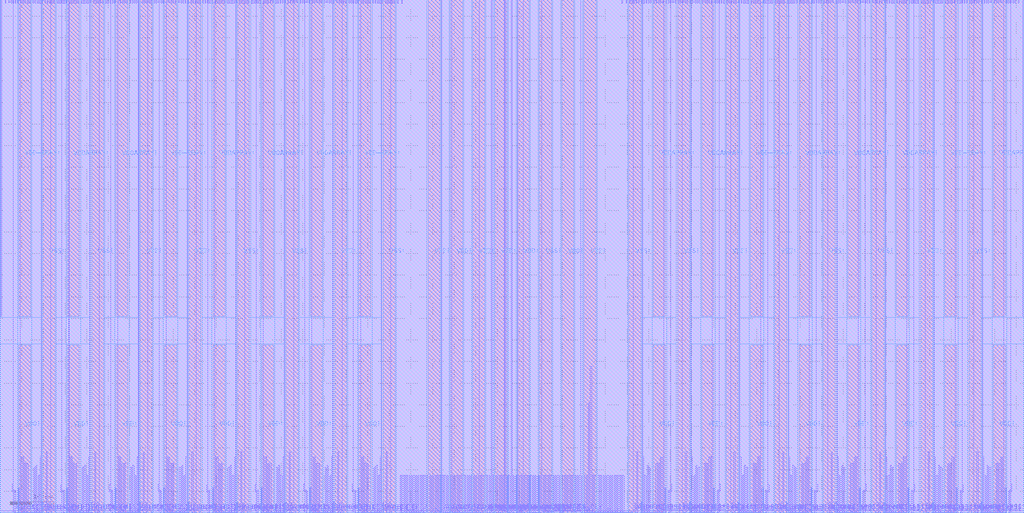
<source format=lef>
# ------------------------------------------------------
#
#		Copyright 2025 IHP PDK Authors
#
#		Licensed under the Apache License, Version 2.0 (the "License");
#		you may not use this file except in compliance with the License.
#		You may obtain a copy of the License at
#		
#		   https://www.apache.org/licenses/LICENSE-2.0
#		
#		Unless required by applicable law or agreed to in writing, software
#		distributed under the License is distributed on an "AS IS" BASIS,
#		WITHOUT WARRANTIES OR CONDITIONS OF ANY KIND, either express or implied.
#		See the License for the specific language governing permissions and
#		limitations under the License.
#		
#		Generated on Wed Aug 27 12:14:52 2025		
#
# ------------------------------------------------------ 
VERSION 5.7 ;
BUSBITCHARS "[]" ;
DIVIDERCHAR "/" ;

MACRO RM_IHPSG13_1P_256x16_c2_bm_bist
  CLASS BLOCK ;
  ORIGIN 0 0 ;
  FOREIGN RM_IHPSG13_1P_256x16_c2_bm_bist 0 0 ;
  SIZE 236.8 BY 118.78 ;
  SYMMETRY X Y R90 ;
  PIN A_DIN[8]
    DIRECTION INPUT ;
    USE SIGNAL ;
    ANTENNAPARTIALMETALAREA 1.794 LAYER Metal2 ;
    ANTENNAMODEL OXIDE1 ;
      ANTENNAGATEAREA 0.20085 LAYER Metal2 ;
      ANTENNAMAXAREACAR 9.838188 LAYER Metal2 ;
    PORT
      LAYER Metal2 ;
        RECT 154.57 0 154.83 0.26 ;
    END
  END A_DIN[8]
  PIN A_DIN[7]
    DIRECTION INPUT ;
    USE SIGNAL ;
    ANTENNAPARTIALMETALAREA 1.794 LAYER Metal2 ;
    ANTENNAMODEL OXIDE1 ;
      ANTENNAGATEAREA 0.20085 LAYER Metal2 ;
      ANTENNAMAXAREACAR 9.838188 LAYER Metal2 ;
    PORT
      LAYER Metal2 ;
        RECT 81.97 0 82.23 0.26 ;
    END
  END A_DIN[7]
  PIN A_BIST_DIN[8]
    DIRECTION INPUT ;
    USE SIGNAL ;
    ANTENNAPARTIALMETALAREA 1.6263 LAYER Metal2 ;
    ANTENNAMODEL OXIDE1 ;
      ANTENNAGATEAREA 0.20085 LAYER Metal2 ;
      ANTENNAMAXAREACAR 9.365945 LAYER Metal2 ;
    PORT
      LAYER Metal2 ;
        RECT 153.715 0 153.975 0.26 ;
    END
  END A_BIST_DIN[8]
  PIN A_BIST_DIN[7]
    DIRECTION INPUT ;
    USE SIGNAL ;
    ANTENNAPARTIALMETALAREA 1.6263 LAYER Metal2 ;
    ANTENNAMODEL OXIDE1 ;
      ANTENNAGATEAREA 0.20085 LAYER Metal2 ;
      ANTENNAMAXAREACAR 9.365945 LAYER Metal2 ;
    PORT
      LAYER Metal2 ;
        RECT 82.825 0 83.085 0.26 ;
    END
  END A_BIST_DIN[7]
  PIN A_BM[8]
    DIRECTION INPUT ;
    USE SIGNAL ;
    ANTENNAPARTIALMETALAREA 0.7215 LAYER Metal2 ;
    ANTENNAMODEL OXIDE1 ;
      ANTENNAGATEAREA 0.20085 LAYER Metal2 ;
      ANTENNAMAXAREACAR 4.498382 LAYER Metal2 ;
    PORT
      LAYER Metal2 ;
        RECT 146.73 0 146.99 0.26 ;
    END
  END A_BM[8]
  PIN A_BM[7]
    DIRECTION INPUT ;
    USE SIGNAL ;
    ANTENNAPARTIALMETALAREA 0.7215 LAYER Metal2 ;
    ANTENNAMODEL OXIDE1 ;
      ANTENNAGATEAREA 0.20085 LAYER Metal2 ;
      ANTENNAMAXAREACAR 4.498382 LAYER Metal2 ;
    PORT
      LAYER Metal2 ;
        RECT 89.81 0 90.07 0.26 ;
    END
  END A_BM[7]
  PIN A_BIST_BM[8]
    DIRECTION INPUT ;
    USE SIGNAL ;
    ANTENNAPARTIALMETALAREA 0.7605 LAYER Metal2 ;
    ANTENNAMODEL OXIDE1 ;
      ANTENNAGATEAREA 0.20085 LAYER Metal2 ;
      ANTENNAMAXAREACAR 5.055265 LAYER Metal2 ;
    PORT
      LAYER Metal2 ;
        RECT 148.105 0 148.365 0.26 ;
    END
  END A_BIST_BM[8]
  PIN A_BIST_BM[7]
    DIRECTION INPUT ;
    USE SIGNAL ;
    ANTENNAPARTIALMETALAREA 0.7605 LAYER Metal2 ;
    ANTENNAMODEL OXIDE1 ;
      ANTENNAGATEAREA 0.20085 LAYER Metal2 ;
      ANTENNAMAXAREACAR 5.055265 LAYER Metal2 ;
    PORT
      LAYER Metal2 ;
        RECT 88.435 0 88.695 0.26 ;
    END
  END A_BIST_BM[7]
  PIN A_DOUT[8]
    DIRECTION OUTPUT ;
    USE SIGNAL ;
    ANTENNAPARTIALMETALAREA 3.7095 LAYER Metal2 ;
    ANTENNADIFFAREA 0.988 LAYER Metal2 ;
    PORT
      LAYER Metal2 ;
        RECT 147.24 0 147.5 0.26 ;
    END
  END A_DOUT[8]
  PIN A_DOUT[7]
    DIRECTION OUTPUT ;
    USE SIGNAL ;
    ANTENNAPARTIALMETALAREA 3.7095 LAYER Metal2 ;
    ANTENNADIFFAREA 0.988 LAYER Metal2 ;
    PORT
      LAYER Metal2 ;
        RECT 89.3 0 89.56 0.26 ;
    END
  END A_DOUT[7]
  PIN VSS!
    DIRECTION INOUT ;
    USE GROUND ;
    NETEXPR "vss VSS!" ;
    PORT
      LAYER Metal4 ;
        RECT 224.11 0 226.92 118.78 ;
    END
    PORT
      LAYER Metal4 ;
        RECT 212.87 0 215.68 118.78 ;
    END
    PORT
      LAYER Metal4 ;
        RECT 201.63 0 204.44 118.78 ;
    END
    PORT
      LAYER Metal4 ;
        RECT 190.39 0 193.2 118.78 ;
    END
    PORT
      LAYER Metal4 ;
        RECT 179.15 0 181.96 118.78 ;
    END
    PORT
      LAYER Metal4 ;
        RECT 167.91 0 170.72 118.78 ;
    END
    PORT
      LAYER Metal4 ;
        RECT 156.67 0 159.48 118.78 ;
    END
    PORT
      LAYER Metal4 ;
        RECT 145.43 0 148.24 118.78 ;
    END
    PORT
      LAYER Metal4 ;
        RECT 135.02 0 137.83 118.78 ;
    END
    PORT
      LAYER Metal4 ;
        RECT 124.72 0 127.53 118.78 ;
    END
    PORT
      LAYER Metal4 ;
        RECT 109.27 0 112.08 118.78 ;
    END
    PORT
      LAYER Metal4 ;
        RECT 98.97 0 101.78 118.78 ;
    END
    PORT
      LAYER Metal4 ;
        RECT 88.56 0 91.37 118.78 ;
    END
    PORT
      LAYER Metal4 ;
        RECT 77.32 0 80.13 118.78 ;
    END
    PORT
      LAYER Metal4 ;
        RECT 66.08 0 68.89 118.78 ;
    END
    PORT
      LAYER Metal4 ;
        RECT 54.84 0 57.65 118.78 ;
    END
    PORT
      LAYER Metal4 ;
        RECT 43.6 0 46.41 118.78 ;
    END
    PORT
      LAYER Metal4 ;
        RECT 32.36 0 35.17 118.78 ;
    END
    PORT
      LAYER Metal4 ;
        RECT 21.12 0 23.93 118.78 ;
    END
    PORT
      LAYER Metal4 ;
        RECT 9.88 0 12.69 118.78 ;
    END
  END VSS!
  PIN VDD!
    DIRECTION INOUT ;
    USE POWER ;
    NETEXPR "vdd VDD!" ;
    PORT
      LAYER Metal4 ;
        RECT 229.73 0 232.54 38.825 ;
    END
    PORT
      LAYER Metal4 ;
        RECT 218.49 0 221.3 38.825 ;
    END
    PORT
      LAYER Metal4 ;
        RECT 207.25 0 210.06 38.825 ;
    END
    PORT
      LAYER Metal4 ;
        RECT 196.01 0 198.82 38.825 ;
    END
    PORT
      LAYER Metal4 ;
        RECT 184.77 0 187.58 38.825 ;
    END
    PORT
      LAYER Metal4 ;
        RECT 173.53 0 176.34 38.825 ;
    END
    PORT
      LAYER Metal4 ;
        RECT 162.29 0 165.1 38.825 ;
    END
    PORT
      LAYER Metal4 ;
        RECT 151.05 0 153.86 38.825 ;
    END
    PORT
      LAYER Metal4 ;
        RECT 129.87 0 132.68 118.78 ;
    END
    PORT
      LAYER Metal4 ;
        RECT 119.57 0 122.38 118.78 ;
    END
    PORT
      LAYER Metal4 ;
        RECT 114.42 0 117.23 118.78 ;
    END
    PORT
      LAYER Metal4 ;
        RECT 104.12 0 106.93 118.78 ;
    END
    PORT
      LAYER Metal4 ;
        RECT 82.94 0 85.75 38.825 ;
    END
    PORT
      LAYER Metal4 ;
        RECT 71.7 0 74.51 38.825 ;
    END
    PORT
      LAYER Metal4 ;
        RECT 60.46 0 63.27 38.825 ;
    END
    PORT
      LAYER Metal4 ;
        RECT 49.22 0 52.03 38.825 ;
    END
    PORT
      LAYER Metal4 ;
        RECT 37.98 0 40.79 38.825 ;
    END
    PORT
      LAYER Metal4 ;
        RECT 26.74 0 29.55 38.825 ;
    END
    PORT
      LAYER Metal4 ;
        RECT 15.5 0 18.31 38.825 ;
    END
    PORT
      LAYER Metal4 ;
        RECT 4.26 0 7.07 38.825 ;
    END
  END VDD!
  PIN VDDARRAY!
    DIRECTION INOUT ;
    USE POWER ;
    NETEXPR "vddarray VDDARRAY!" ;
    PORT
      LAYER Metal4 ;
        RECT 229.73 45.465 232.54 118.78 ;
    END
    PORT
      LAYER Metal4 ;
        RECT 218.49 45.465 221.3 118.78 ;
    END
    PORT
      LAYER Metal4 ;
        RECT 207.25 45.465 210.06 118.78 ;
    END
    PORT
      LAYER Metal4 ;
        RECT 196.01 45.465 198.82 118.78 ;
    END
    PORT
      LAYER Metal4 ;
        RECT 184.77 45.465 187.58 118.78 ;
    END
    PORT
      LAYER Metal4 ;
        RECT 173.53 45.465 176.34 118.78 ;
    END
    PORT
      LAYER Metal4 ;
        RECT 162.29 45.465 165.1 118.78 ;
    END
    PORT
      LAYER Metal4 ;
        RECT 151.05 45.465 153.86 118.78 ;
    END
    PORT
      LAYER Metal4 ;
        RECT 82.94 45.465 85.75 118.78 ;
    END
    PORT
      LAYER Metal4 ;
        RECT 71.7 45.465 74.51 118.78 ;
    END
    PORT
      LAYER Metal4 ;
        RECT 60.46 45.465 63.27 118.78 ;
    END
    PORT
      LAYER Metal4 ;
        RECT 49.22 45.465 52.03 118.78 ;
    END
    PORT
      LAYER Metal4 ;
        RECT 37.98 45.465 40.79 118.78 ;
    END
    PORT
      LAYER Metal4 ;
        RECT 26.74 45.465 29.55 118.78 ;
    END
    PORT
      LAYER Metal4 ;
        RECT 15.5 45.465 18.31 118.78 ;
    END
    PORT
      LAYER Metal4 ;
        RECT 4.26 45.465 7.07 118.78 ;
    END
  END VDDARRAY!
  PIN A_DIN[9]
    DIRECTION INPUT ;
    USE SIGNAL ;
    ANTENNAPARTIALMETALAREA 1.794 LAYER Metal2 ;
    ANTENNAMODEL OXIDE1 ;
      ANTENNAGATEAREA 0.20085 LAYER Metal2 ;
      ANTENNAMAXAREACAR 9.838188 LAYER Metal2 ;
    PORT
      LAYER Metal2 ;
        RECT 165.81 0 166.07 0.26 ;
    END
  END A_DIN[9]
  PIN A_DIN[6]
    DIRECTION INPUT ;
    USE SIGNAL ;
    ANTENNAPARTIALMETALAREA 1.794 LAYER Metal2 ;
    ANTENNAMODEL OXIDE1 ;
      ANTENNAGATEAREA 0.20085 LAYER Metal2 ;
      ANTENNAMAXAREACAR 9.838188 LAYER Metal2 ;
    PORT
      LAYER Metal2 ;
        RECT 70.73 0 70.99 0.26 ;
    END
  END A_DIN[6]
  PIN A_BIST_DIN[9]
    DIRECTION INPUT ;
    USE SIGNAL ;
    ANTENNAPARTIALMETALAREA 1.6263 LAYER Metal2 ;
    ANTENNAMODEL OXIDE1 ;
      ANTENNAGATEAREA 0.20085 LAYER Metal2 ;
      ANTENNAMAXAREACAR 9.365945 LAYER Metal2 ;
    PORT
      LAYER Metal2 ;
        RECT 164.955 0 165.215 0.26 ;
    END
  END A_BIST_DIN[9]
  PIN A_BIST_DIN[6]
    DIRECTION INPUT ;
    USE SIGNAL ;
    ANTENNAPARTIALMETALAREA 1.6263 LAYER Metal2 ;
    ANTENNAMODEL OXIDE1 ;
      ANTENNAGATEAREA 0.20085 LAYER Metal2 ;
      ANTENNAMAXAREACAR 9.365945 LAYER Metal2 ;
    PORT
      LAYER Metal2 ;
        RECT 71.585 0 71.845 0.26 ;
    END
  END A_BIST_DIN[6]
  PIN A_BM[9]
    DIRECTION INPUT ;
    USE SIGNAL ;
    ANTENNAPARTIALMETALAREA 0.7215 LAYER Metal2 ;
    ANTENNAMODEL OXIDE1 ;
      ANTENNAGATEAREA 0.20085 LAYER Metal2 ;
      ANTENNAMAXAREACAR 4.498382 LAYER Metal2 ;
    PORT
      LAYER Metal2 ;
        RECT 157.97 0 158.23 0.26 ;
    END
  END A_BM[9]
  PIN A_BM[6]
    DIRECTION INPUT ;
    USE SIGNAL ;
    ANTENNAPARTIALMETALAREA 0.7215 LAYER Metal2 ;
    ANTENNAMODEL OXIDE1 ;
      ANTENNAGATEAREA 0.20085 LAYER Metal2 ;
      ANTENNAMAXAREACAR 4.498382 LAYER Metal2 ;
    PORT
      LAYER Metal2 ;
        RECT 78.57 0 78.83 0.26 ;
    END
  END A_BM[6]
  PIN A_BIST_BM[9]
    DIRECTION INPUT ;
    USE SIGNAL ;
    ANTENNAPARTIALMETALAREA 0.7605 LAYER Metal2 ;
    ANTENNAMODEL OXIDE1 ;
      ANTENNAGATEAREA 0.20085 LAYER Metal2 ;
      ANTENNAMAXAREACAR 5.055265 LAYER Metal2 ;
    PORT
      LAYER Metal2 ;
        RECT 159.345 0 159.605 0.26 ;
    END
  END A_BIST_BM[9]
  PIN A_BIST_BM[6]
    DIRECTION INPUT ;
    USE SIGNAL ;
    ANTENNAPARTIALMETALAREA 0.7605 LAYER Metal2 ;
    ANTENNAMODEL OXIDE1 ;
      ANTENNAGATEAREA 0.20085 LAYER Metal2 ;
      ANTENNAMAXAREACAR 5.055265 LAYER Metal2 ;
    PORT
      LAYER Metal2 ;
        RECT 77.195 0 77.455 0.26 ;
    END
  END A_BIST_BM[6]
  PIN A_DOUT[9]
    DIRECTION OUTPUT ;
    USE SIGNAL ;
    ANTENNAPARTIALMETALAREA 3.7095 LAYER Metal2 ;
    ANTENNADIFFAREA 0.988 LAYER Metal2 ;
    PORT
      LAYER Metal2 ;
        RECT 158.48 0 158.74 0.26 ;
    END
  END A_DOUT[9]
  PIN A_DOUT[6]
    DIRECTION OUTPUT ;
    USE SIGNAL ;
    ANTENNAPARTIALMETALAREA 3.7095 LAYER Metal2 ;
    ANTENNADIFFAREA 0.988 LAYER Metal2 ;
    PORT
      LAYER Metal2 ;
        RECT 78.06 0 78.32 0.26 ;
    END
  END A_DOUT[6]
  PIN A_DIN[10]
    DIRECTION INPUT ;
    USE SIGNAL ;
    ANTENNAPARTIALMETALAREA 1.794 LAYER Metal2 ;
    ANTENNAMODEL OXIDE1 ;
      ANTENNAGATEAREA 0.20085 LAYER Metal2 ;
      ANTENNAMAXAREACAR 9.838188 LAYER Metal2 ;
    PORT
      LAYER Metal2 ;
        RECT 177.05 0 177.31 0.26 ;
    END
  END A_DIN[10]
  PIN A_DIN[5]
    DIRECTION INPUT ;
    USE SIGNAL ;
    ANTENNAPARTIALMETALAREA 1.794 LAYER Metal2 ;
    ANTENNAMODEL OXIDE1 ;
      ANTENNAGATEAREA 0.20085 LAYER Metal2 ;
      ANTENNAMAXAREACAR 9.838188 LAYER Metal2 ;
    PORT
      LAYER Metal2 ;
        RECT 59.49 0 59.75 0.26 ;
    END
  END A_DIN[5]
  PIN A_BIST_DIN[10]
    DIRECTION INPUT ;
    USE SIGNAL ;
    ANTENNAPARTIALMETALAREA 1.6263 LAYER Metal2 ;
    ANTENNAMODEL OXIDE1 ;
      ANTENNAGATEAREA 0.20085 LAYER Metal2 ;
      ANTENNAMAXAREACAR 9.365945 LAYER Metal2 ;
    PORT
      LAYER Metal2 ;
        RECT 176.195 0 176.455 0.26 ;
    END
  END A_BIST_DIN[10]
  PIN A_BIST_DIN[5]
    DIRECTION INPUT ;
    USE SIGNAL ;
    ANTENNAPARTIALMETALAREA 1.6263 LAYER Metal2 ;
    ANTENNAMODEL OXIDE1 ;
      ANTENNAGATEAREA 0.20085 LAYER Metal2 ;
      ANTENNAMAXAREACAR 9.365945 LAYER Metal2 ;
    PORT
      LAYER Metal2 ;
        RECT 60.345 0 60.605 0.26 ;
    END
  END A_BIST_DIN[5]
  PIN A_BM[10]
    DIRECTION INPUT ;
    USE SIGNAL ;
    ANTENNAPARTIALMETALAREA 0.7215 LAYER Metal2 ;
    ANTENNAMODEL OXIDE1 ;
      ANTENNAGATEAREA 0.20085 LAYER Metal2 ;
      ANTENNAMAXAREACAR 4.498382 LAYER Metal2 ;
    PORT
      LAYER Metal2 ;
        RECT 169.21 0 169.47 0.26 ;
    END
  END A_BM[10]
  PIN A_BM[5]
    DIRECTION INPUT ;
    USE SIGNAL ;
    ANTENNAPARTIALMETALAREA 0.7215 LAYER Metal2 ;
    ANTENNAMODEL OXIDE1 ;
      ANTENNAGATEAREA 0.20085 LAYER Metal2 ;
      ANTENNAMAXAREACAR 4.498382 LAYER Metal2 ;
    PORT
      LAYER Metal2 ;
        RECT 67.33 0 67.59 0.26 ;
    END
  END A_BM[5]
  PIN A_BIST_BM[10]
    DIRECTION INPUT ;
    USE SIGNAL ;
    ANTENNAPARTIALMETALAREA 0.7605 LAYER Metal2 ;
    ANTENNAMODEL OXIDE1 ;
      ANTENNAGATEAREA 0.20085 LAYER Metal2 ;
      ANTENNAMAXAREACAR 5.055265 LAYER Metal2 ;
    PORT
      LAYER Metal2 ;
        RECT 170.585 0 170.845 0.26 ;
    END
  END A_BIST_BM[10]
  PIN A_BIST_BM[5]
    DIRECTION INPUT ;
    USE SIGNAL ;
    ANTENNAPARTIALMETALAREA 0.7605 LAYER Metal2 ;
    ANTENNAMODEL OXIDE1 ;
      ANTENNAGATEAREA 0.20085 LAYER Metal2 ;
      ANTENNAMAXAREACAR 5.055265 LAYER Metal2 ;
    PORT
      LAYER Metal2 ;
        RECT 65.955 0 66.215 0.26 ;
    END
  END A_BIST_BM[5]
  PIN A_DOUT[10]
    DIRECTION OUTPUT ;
    USE SIGNAL ;
    ANTENNAPARTIALMETALAREA 3.7095 LAYER Metal2 ;
    ANTENNADIFFAREA 0.988 LAYER Metal2 ;
    PORT
      LAYER Metal2 ;
        RECT 169.72 0 169.98 0.26 ;
    END
  END A_DOUT[10]
  PIN A_DOUT[5]
    DIRECTION OUTPUT ;
    USE SIGNAL ;
    ANTENNAPARTIALMETALAREA 3.7095 LAYER Metal2 ;
    ANTENNADIFFAREA 0.988 LAYER Metal2 ;
    PORT
      LAYER Metal2 ;
        RECT 66.82 0 67.08 0.26 ;
    END
  END A_DOUT[5]
  PIN A_DIN[11]
    DIRECTION INPUT ;
    USE SIGNAL ;
    ANTENNAPARTIALMETALAREA 1.794 LAYER Metal2 ;
    ANTENNAMODEL OXIDE1 ;
      ANTENNAGATEAREA 0.20085 LAYER Metal2 ;
      ANTENNAMAXAREACAR 9.838188 LAYER Metal2 ;
    PORT
      LAYER Metal2 ;
        RECT 188.29 0 188.55 0.26 ;
    END
  END A_DIN[11]
  PIN A_DIN[4]
    DIRECTION INPUT ;
    USE SIGNAL ;
    ANTENNAPARTIALMETALAREA 1.794 LAYER Metal2 ;
    ANTENNAMODEL OXIDE1 ;
      ANTENNAGATEAREA 0.20085 LAYER Metal2 ;
      ANTENNAMAXAREACAR 9.838188 LAYER Metal2 ;
    PORT
      LAYER Metal2 ;
        RECT 48.25 0 48.51 0.26 ;
    END
  END A_DIN[4]
  PIN A_BIST_DIN[11]
    DIRECTION INPUT ;
    USE SIGNAL ;
    ANTENNAPARTIALMETALAREA 1.6263 LAYER Metal2 ;
    ANTENNAMODEL OXIDE1 ;
      ANTENNAGATEAREA 0.20085 LAYER Metal2 ;
      ANTENNAMAXAREACAR 9.365945 LAYER Metal2 ;
    PORT
      LAYER Metal2 ;
        RECT 187.435 0 187.695 0.26 ;
    END
  END A_BIST_DIN[11]
  PIN A_BIST_DIN[4]
    DIRECTION INPUT ;
    USE SIGNAL ;
    ANTENNAPARTIALMETALAREA 1.6263 LAYER Metal2 ;
    ANTENNAMODEL OXIDE1 ;
      ANTENNAGATEAREA 0.20085 LAYER Metal2 ;
      ANTENNAMAXAREACAR 9.365945 LAYER Metal2 ;
    PORT
      LAYER Metal2 ;
        RECT 49.105 0 49.365 0.26 ;
    END
  END A_BIST_DIN[4]
  PIN A_BM[11]
    DIRECTION INPUT ;
    USE SIGNAL ;
    ANTENNAPARTIALMETALAREA 0.7215 LAYER Metal2 ;
    ANTENNAMODEL OXIDE1 ;
      ANTENNAGATEAREA 0.20085 LAYER Metal2 ;
      ANTENNAMAXAREACAR 4.498382 LAYER Metal2 ;
    PORT
      LAYER Metal2 ;
        RECT 180.45 0 180.71 0.26 ;
    END
  END A_BM[11]
  PIN A_BM[4]
    DIRECTION INPUT ;
    USE SIGNAL ;
    ANTENNAPARTIALMETALAREA 0.7215 LAYER Metal2 ;
    ANTENNAMODEL OXIDE1 ;
      ANTENNAGATEAREA 0.20085 LAYER Metal2 ;
      ANTENNAMAXAREACAR 4.498382 LAYER Metal2 ;
    PORT
      LAYER Metal2 ;
        RECT 56.09 0 56.35 0.26 ;
    END
  END A_BM[4]
  PIN A_BIST_BM[11]
    DIRECTION INPUT ;
    USE SIGNAL ;
    ANTENNAPARTIALMETALAREA 0.7605 LAYER Metal2 ;
    ANTENNAMODEL OXIDE1 ;
      ANTENNAGATEAREA 0.20085 LAYER Metal2 ;
      ANTENNAMAXAREACAR 5.055265 LAYER Metal2 ;
    PORT
      LAYER Metal2 ;
        RECT 181.825 0 182.085 0.26 ;
    END
  END A_BIST_BM[11]
  PIN A_BIST_BM[4]
    DIRECTION INPUT ;
    USE SIGNAL ;
    ANTENNAPARTIALMETALAREA 0.7605 LAYER Metal2 ;
    ANTENNAMODEL OXIDE1 ;
      ANTENNAGATEAREA 0.20085 LAYER Metal2 ;
      ANTENNAMAXAREACAR 5.055265 LAYER Metal2 ;
    PORT
      LAYER Metal2 ;
        RECT 54.715 0 54.975 0.26 ;
    END
  END A_BIST_BM[4]
  PIN A_DOUT[11]
    DIRECTION OUTPUT ;
    USE SIGNAL ;
    ANTENNAPARTIALMETALAREA 3.7095 LAYER Metal2 ;
    ANTENNADIFFAREA 0.988 LAYER Metal2 ;
    PORT
      LAYER Metal2 ;
        RECT 180.96 0 181.22 0.26 ;
    END
  END A_DOUT[11]
  PIN A_DOUT[4]
    DIRECTION OUTPUT ;
    USE SIGNAL ;
    ANTENNAPARTIALMETALAREA 3.7095 LAYER Metal2 ;
    ANTENNADIFFAREA 0.988 LAYER Metal2 ;
    PORT
      LAYER Metal2 ;
        RECT 55.58 0 55.84 0.26 ;
    END
  END A_DOUT[4]
  PIN A_DIN[12]
    DIRECTION INPUT ;
    USE SIGNAL ;
    ANTENNAPARTIALMETALAREA 1.794 LAYER Metal2 ;
    ANTENNAMODEL OXIDE1 ;
      ANTENNAGATEAREA 0.20085 LAYER Metal2 ;
      ANTENNAMAXAREACAR 9.838188 LAYER Metal2 ;
    PORT
      LAYER Metal2 ;
        RECT 199.53 0 199.79 0.26 ;
    END
  END A_DIN[12]
  PIN A_DIN[3]
    DIRECTION INPUT ;
    USE SIGNAL ;
    ANTENNAPARTIALMETALAREA 1.794 LAYER Metal2 ;
    ANTENNAMODEL OXIDE1 ;
      ANTENNAGATEAREA 0.20085 LAYER Metal2 ;
      ANTENNAMAXAREACAR 9.838188 LAYER Metal2 ;
    PORT
      LAYER Metal2 ;
        RECT 37.01 0 37.27 0.26 ;
    END
  END A_DIN[3]
  PIN A_BIST_DIN[12]
    DIRECTION INPUT ;
    USE SIGNAL ;
    ANTENNAPARTIALMETALAREA 1.6263 LAYER Metal2 ;
    ANTENNAMODEL OXIDE1 ;
      ANTENNAGATEAREA 0.20085 LAYER Metal2 ;
      ANTENNAMAXAREACAR 9.365945 LAYER Metal2 ;
    PORT
      LAYER Metal2 ;
        RECT 198.675 0 198.935 0.26 ;
    END
  END A_BIST_DIN[12]
  PIN A_BIST_DIN[3]
    DIRECTION INPUT ;
    USE SIGNAL ;
    ANTENNAPARTIALMETALAREA 1.6263 LAYER Metal2 ;
    ANTENNAMODEL OXIDE1 ;
      ANTENNAGATEAREA 0.20085 LAYER Metal2 ;
      ANTENNAMAXAREACAR 9.365945 LAYER Metal2 ;
    PORT
      LAYER Metal2 ;
        RECT 37.865 0 38.125 0.26 ;
    END
  END A_BIST_DIN[3]
  PIN A_BM[12]
    DIRECTION INPUT ;
    USE SIGNAL ;
    ANTENNAPARTIALMETALAREA 0.7215 LAYER Metal2 ;
    ANTENNAMODEL OXIDE1 ;
      ANTENNAGATEAREA 0.20085 LAYER Metal2 ;
      ANTENNAMAXAREACAR 4.498382 LAYER Metal2 ;
    PORT
      LAYER Metal2 ;
        RECT 191.69 0 191.95 0.26 ;
    END
  END A_BM[12]
  PIN A_BM[3]
    DIRECTION INPUT ;
    USE SIGNAL ;
    ANTENNAPARTIALMETALAREA 0.7215 LAYER Metal2 ;
    ANTENNAMODEL OXIDE1 ;
      ANTENNAGATEAREA 0.20085 LAYER Metal2 ;
      ANTENNAMAXAREACAR 4.498382 LAYER Metal2 ;
    PORT
      LAYER Metal2 ;
        RECT 44.85 0 45.11 0.26 ;
    END
  END A_BM[3]
  PIN A_BIST_BM[12]
    DIRECTION INPUT ;
    USE SIGNAL ;
    ANTENNAPARTIALMETALAREA 0.7605 LAYER Metal2 ;
    ANTENNAMODEL OXIDE1 ;
      ANTENNAGATEAREA 0.20085 LAYER Metal2 ;
      ANTENNAMAXAREACAR 5.055265 LAYER Metal2 ;
    PORT
      LAYER Metal2 ;
        RECT 193.065 0 193.325 0.26 ;
    END
  END A_BIST_BM[12]
  PIN A_BIST_BM[3]
    DIRECTION INPUT ;
    USE SIGNAL ;
    ANTENNAPARTIALMETALAREA 0.7605 LAYER Metal2 ;
    ANTENNAMODEL OXIDE1 ;
      ANTENNAGATEAREA 0.20085 LAYER Metal2 ;
      ANTENNAMAXAREACAR 5.055265 LAYER Metal2 ;
    PORT
      LAYER Metal2 ;
        RECT 43.475 0 43.735 0.26 ;
    END
  END A_BIST_BM[3]
  PIN A_DOUT[12]
    DIRECTION OUTPUT ;
    USE SIGNAL ;
    ANTENNAPARTIALMETALAREA 3.7095 LAYER Metal2 ;
    ANTENNADIFFAREA 0.988 LAYER Metal2 ;
    PORT
      LAYER Metal2 ;
        RECT 192.2 0 192.46 0.26 ;
    END
  END A_DOUT[12]
  PIN A_DOUT[3]
    DIRECTION OUTPUT ;
    USE SIGNAL ;
    ANTENNAPARTIALMETALAREA 3.7095 LAYER Metal2 ;
    ANTENNADIFFAREA 0.988 LAYER Metal2 ;
    PORT
      LAYER Metal2 ;
        RECT 44.34 0 44.6 0.26 ;
    END
  END A_DOUT[3]
  PIN A_DIN[13]
    DIRECTION INPUT ;
    USE SIGNAL ;
    ANTENNAPARTIALMETALAREA 1.794 LAYER Metal2 ;
    ANTENNAMODEL OXIDE1 ;
      ANTENNAGATEAREA 0.20085 LAYER Metal2 ;
      ANTENNAMAXAREACAR 9.838188 LAYER Metal2 ;
    PORT
      LAYER Metal2 ;
        RECT 210.77 0 211.03 0.26 ;
    END
  END A_DIN[13]
  PIN A_DIN[2]
    DIRECTION INPUT ;
    USE SIGNAL ;
    ANTENNAPARTIALMETALAREA 1.794 LAYER Metal2 ;
    ANTENNAMODEL OXIDE1 ;
      ANTENNAGATEAREA 0.20085 LAYER Metal2 ;
      ANTENNAMAXAREACAR 9.838188 LAYER Metal2 ;
    PORT
      LAYER Metal2 ;
        RECT 25.77 0 26.03 0.26 ;
    END
  END A_DIN[2]
  PIN A_BIST_DIN[13]
    DIRECTION INPUT ;
    USE SIGNAL ;
    ANTENNAPARTIALMETALAREA 1.6263 LAYER Metal2 ;
    ANTENNAMODEL OXIDE1 ;
      ANTENNAGATEAREA 0.20085 LAYER Metal2 ;
      ANTENNAMAXAREACAR 9.365945 LAYER Metal2 ;
    PORT
      LAYER Metal2 ;
        RECT 209.915 0 210.175 0.26 ;
    END
  END A_BIST_DIN[13]
  PIN A_BIST_DIN[2]
    DIRECTION INPUT ;
    USE SIGNAL ;
    ANTENNAPARTIALMETALAREA 1.6263 LAYER Metal2 ;
    ANTENNAMODEL OXIDE1 ;
      ANTENNAGATEAREA 0.20085 LAYER Metal2 ;
      ANTENNAMAXAREACAR 9.365945 LAYER Metal2 ;
    PORT
      LAYER Metal2 ;
        RECT 26.625 0 26.885 0.26 ;
    END
  END A_BIST_DIN[2]
  PIN A_BM[13]
    DIRECTION INPUT ;
    USE SIGNAL ;
    ANTENNAPARTIALMETALAREA 0.7215 LAYER Metal2 ;
    ANTENNAMODEL OXIDE1 ;
      ANTENNAGATEAREA 0.20085 LAYER Metal2 ;
      ANTENNAMAXAREACAR 4.498382 LAYER Metal2 ;
    PORT
      LAYER Metal2 ;
        RECT 202.93 0 203.19 0.26 ;
    END
  END A_BM[13]
  PIN A_BM[2]
    DIRECTION INPUT ;
    USE SIGNAL ;
    ANTENNAPARTIALMETALAREA 0.7215 LAYER Metal2 ;
    ANTENNAMODEL OXIDE1 ;
      ANTENNAGATEAREA 0.20085 LAYER Metal2 ;
      ANTENNAMAXAREACAR 4.498382 LAYER Metal2 ;
    PORT
      LAYER Metal2 ;
        RECT 33.61 0 33.87 0.26 ;
    END
  END A_BM[2]
  PIN A_BIST_BM[13]
    DIRECTION INPUT ;
    USE SIGNAL ;
    ANTENNAPARTIALMETALAREA 0.7605 LAYER Metal2 ;
    ANTENNAMODEL OXIDE1 ;
      ANTENNAGATEAREA 0.20085 LAYER Metal2 ;
      ANTENNAMAXAREACAR 5.055265 LAYER Metal2 ;
    PORT
      LAYER Metal2 ;
        RECT 204.305 0 204.565 0.26 ;
    END
  END A_BIST_BM[13]
  PIN A_BIST_BM[2]
    DIRECTION INPUT ;
    USE SIGNAL ;
    ANTENNAPARTIALMETALAREA 0.7605 LAYER Metal2 ;
    ANTENNAMODEL OXIDE1 ;
      ANTENNAGATEAREA 0.20085 LAYER Metal2 ;
      ANTENNAMAXAREACAR 5.055265 LAYER Metal2 ;
    PORT
      LAYER Metal2 ;
        RECT 32.235 0 32.495 0.26 ;
    END
  END A_BIST_BM[2]
  PIN A_DOUT[13]
    DIRECTION OUTPUT ;
    USE SIGNAL ;
    ANTENNAPARTIALMETALAREA 3.7095 LAYER Metal2 ;
    ANTENNADIFFAREA 0.988 LAYER Metal2 ;
    PORT
      LAYER Metal2 ;
        RECT 203.44 0 203.7 0.26 ;
    END
  END A_DOUT[13]
  PIN A_DOUT[2]
    DIRECTION OUTPUT ;
    USE SIGNAL ;
    ANTENNAPARTIALMETALAREA 3.7095 LAYER Metal2 ;
    ANTENNADIFFAREA 0.988 LAYER Metal2 ;
    PORT
      LAYER Metal2 ;
        RECT 33.1 0 33.36 0.26 ;
    END
  END A_DOUT[2]
  PIN A_DIN[14]
    DIRECTION INPUT ;
    USE SIGNAL ;
    ANTENNAPARTIALMETALAREA 1.794 LAYER Metal2 ;
    ANTENNAMODEL OXIDE1 ;
      ANTENNAGATEAREA 0.20085 LAYER Metal2 ;
      ANTENNAMAXAREACAR 9.838188 LAYER Metal2 ;
    PORT
      LAYER Metal2 ;
        RECT 222.01 0 222.27 0.26 ;
    END
  END A_DIN[14]
  PIN A_DIN[1]
    DIRECTION INPUT ;
    USE SIGNAL ;
    ANTENNAPARTIALMETALAREA 1.794 LAYER Metal2 ;
    ANTENNAMODEL OXIDE1 ;
      ANTENNAGATEAREA 0.20085 LAYER Metal2 ;
      ANTENNAMAXAREACAR 9.838188 LAYER Metal2 ;
    PORT
      LAYER Metal2 ;
        RECT 14.53 0 14.79 0.26 ;
    END
  END A_DIN[1]
  PIN A_BIST_DIN[14]
    DIRECTION INPUT ;
    USE SIGNAL ;
    ANTENNAPARTIALMETALAREA 1.6263 LAYER Metal2 ;
    ANTENNAMODEL OXIDE1 ;
      ANTENNAGATEAREA 0.20085 LAYER Metal2 ;
      ANTENNAMAXAREACAR 9.365945 LAYER Metal2 ;
    PORT
      LAYER Metal2 ;
        RECT 221.155 0 221.415 0.26 ;
    END
  END A_BIST_DIN[14]
  PIN A_BIST_DIN[1]
    DIRECTION INPUT ;
    USE SIGNAL ;
    ANTENNAPARTIALMETALAREA 1.6263 LAYER Metal2 ;
    ANTENNAMODEL OXIDE1 ;
      ANTENNAGATEAREA 0.20085 LAYER Metal2 ;
      ANTENNAMAXAREACAR 9.365945 LAYER Metal2 ;
    PORT
      LAYER Metal2 ;
        RECT 15.385 0 15.645 0.26 ;
    END
  END A_BIST_DIN[1]
  PIN A_BM[14]
    DIRECTION INPUT ;
    USE SIGNAL ;
    ANTENNAPARTIALMETALAREA 0.7215 LAYER Metal2 ;
    ANTENNAMODEL OXIDE1 ;
      ANTENNAGATEAREA 0.20085 LAYER Metal2 ;
      ANTENNAMAXAREACAR 4.498382 LAYER Metal2 ;
    PORT
      LAYER Metal2 ;
        RECT 214.17 0 214.43 0.26 ;
    END
  END A_BM[14]
  PIN A_BM[1]
    DIRECTION INPUT ;
    USE SIGNAL ;
    ANTENNAPARTIALMETALAREA 0.7215 LAYER Metal2 ;
    ANTENNAMODEL OXIDE1 ;
      ANTENNAGATEAREA 0.20085 LAYER Metal2 ;
      ANTENNAMAXAREACAR 4.498382 LAYER Metal2 ;
    PORT
      LAYER Metal2 ;
        RECT 22.37 0 22.63 0.26 ;
    END
  END A_BM[1]
  PIN A_BIST_BM[14]
    DIRECTION INPUT ;
    USE SIGNAL ;
    ANTENNAPARTIALMETALAREA 0.7605 LAYER Metal2 ;
    ANTENNAMODEL OXIDE1 ;
      ANTENNAGATEAREA 0.20085 LAYER Metal2 ;
      ANTENNAMAXAREACAR 5.055265 LAYER Metal2 ;
    PORT
      LAYER Metal2 ;
        RECT 215.545 0 215.805 0.26 ;
    END
  END A_BIST_BM[14]
  PIN A_BIST_BM[1]
    DIRECTION INPUT ;
    USE SIGNAL ;
    ANTENNAPARTIALMETALAREA 0.7605 LAYER Metal2 ;
    ANTENNAMODEL OXIDE1 ;
      ANTENNAGATEAREA 0.20085 LAYER Metal2 ;
      ANTENNAMAXAREACAR 5.055265 LAYER Metal2 ;
    PORT
      LAYER Metal2 ;
        RECT 20.995 0 21.255 0.26 ;
    END
  END A_BIST_BM[1]
  PIN A_DOUT[14]
    DIRECTION OUTPUT ;
    USE SIGNAL ;
    ANTENNAPARTIALMETALAREA 3.7095 LAYER Metal2 ;
    ANTENNADIFFAREA 0.988 LAYER Metal2 ;
    PORT
      LAYER Metal2 ;
        RECT 214.68 0 214.94 0.26 ;
    END
  END A_DOUT[14]
  PIN A_DOUT[1]
    DIRECTION OUTPUT ;
    USE SIGNAL ;
    ANTENNAPARTIALMETALAREA 3.7095 LAYER Metal2 ;
    ANTENNADIFFAREA 0.988 LAYER Metal2 ;
    PORT
      LAYER Metal2 ;
        RECT 21.86 0 22.12 0.26 ;
    END
  END A_DOUT[1]
  PIN A_DIN[15]
    DIRECTION INPUT ;
    USE SIGNAL ;
    ANTENNAPARTIALMETALAREA 1.794 LAYER Metal2 ;
    ANTENNAMODEL OXIDE1 ;
      ANTENNAGATEAREA 0.20085 LAYER Metal2 ;
      ANTENNAMAXAREACAR 9.838188 LAYER Metal2 ;
    PORT
      LAYER Metal2 ;
        RECT 233.25 0 233.51 0.26 ;
    END
  END A_DIN[15]
  PIN A_DIN[0]
    DIRECTION INPUT ;
    USE SIGNAL ;
    ANTENNAPARTIALMETALAREA 1.794 LAYER Metal2 ;
    ANTENNAMODEL OXIDE1 ;
      ANTENNAGATEAREA 0.20085 LAYER Metal2 ;
      ANTENNAMAXAREACAR 9.838188 LAYER Metal2 ;
    PORT
      LAYER Metal2 ;
        RECT 3.29 0 3.55 0.26 ;
    END
  END A_DIN[0]
  PIN A_BIST_DIN[15]
    DIRECTION INPUT ;
    USE SIGNAL ;
    ANTENNAPARTIALMETALAREA 1.6263 LAYER Metal2 ;
    ANTENNAMODEL OXIDE1 ;
      ANTENNAGATEAREA 0.20085 LAYER Metal2 ;
      ANTENNAMAXAREACAR 9.365945 LAYER Metal2 ;
    PORT
      LAYER Metal2 ;
        RECT 232.395 0 232.655 0.26 ;
    END
  END A_BIST_DIN[15]
  PIN A_BIST_DIN[0]
    DIRECTION INPUT ;
    USE SIGNAL ;
    ANTENNAPARTIALMETALAREA 1.6263 LAYER Metal2 ;
    ANTENNAMODEL OXIDE1 ;
      ANTENNAGATEAREA 0.20085 LAYER Metal2 ;
      ANTENNAMAXAREACAR 9.365945 LAYER Metal2 ;
    PORT
      LAYER Metal2 ;
        RECT 4.145 0 4.405 0.26 ;
    END
  END A_BIST_DIN[0]
  PIN A_BM[15]
    DIRECTION INPUT ;
    USE SIGNAL ;
    ANTENNAPARTIALMETALAREA 0.7215 LAYER Metal2 ;
    ANTENNAMODEL OXIDE1 ;
      ANTENNAGATEAREA 0.20085 LAYER Metal2 ;
      ANTENNAMAXAREACAR 4.498382 LAYER Metal2 ;
    PORT
      LAYER Metal2 ;
        RECT 225.41 0 225.67 0.26 ;
    END
  END A_BM[15]
  PIN A_BM[0]
    DIRECTION INPUT ;
    USE SIGNAL ;
    ANTENNAPARTIALMETALAREA 0.7215 LAYER Metal2 ;
    ANTENNAMODEL OXIDE1 ;
      ANTENNAGATEAREA 0.20085 LAYER Metal2 ;
      ANTENNAMAXAREACAR 4.498382 LAYER Metal2 ;
    PORT
      LAYER Metal2 ;
        RECT 11.13 0 11.39 0.26 ;
    END
  END A_BM[0]
  PIN A_BIST_BM[15]
    DIRECTION INPUT ;
    USE SIGNAL ;
    ANTENNAPARTIALMETALAREA 0.7605 LAYER Metal2 ;
    ANTENNAMODEL OXIDE1 ;
      ANTENNAGATEAREA 0.20085 LAYER Metal2 ;
      ANTENNAMAXAREACAR 5.055265 LAYER Metal2 ;
    PORT
      LAYER Metal2 ;
        RECT 226.785 0 227.045 0.26 ;
    END
  END A_BIST_BM[15]
  PIN A_BIST_BM[0]
    DIRECTION INPUT ;
    USE SIGNAL ;
    ANTENNAPARTIALMETALAREA 0.7605 LAYER Metal2 ;
    ANTENNAMODEL OXIDE1 ;
      ANTENNAGATEAREA 0.20085 LAYER Metal2 ;
      ANTENNAMAXAREACAR 5.055265 LAYER Metal2 ;
    PORT
      LAYER Metal2 ;
        RECT 9.755 0 10.015 0.26 ;
    END
  END A_BIST_BM[0]
  PIN A_DOUT[15]
    DIRECTION OUTPUT ;
    USE SIGNAL ;
    ANTENNAPARTIALMETALAREA 3.7095 LAYER Metal2 ;
    ANTENNADIFFAREA 0.988 LAYER Metal2 ;
    PORT
      LAYER Metal2 ;
        RECT 225.92 0 226.18 0.26 ;
    END
  END A_DOUT[15]
  PIN A_DOUT[0]
    DIRECTION OUTPUT ;
    USE SIGNAL ;
    ANTENNAPARTIALMETALAREA 3.7095 LAYER Metal2 ;
    ANTENNADIFFAREA 0.988 LAYER Metal2 ;
    PORT
      LAYER Metal2 ;
        RECT 10.62 0 10.88 0.26 ;
    END
  END A_DOUT[0]
  PIN A_ADDR[0]
    DIRECTION INPUT ;
    USE SIGNAL ;
    ANTENNAPARTIALMETALAREA 8.9011 LAYER Metal2 ;
    ANTENNAMODEL OXIDE1 ;
      ANTENNAGATEAREA 0.20085 LAYER Metal2 ;
      ANTENNAMAXAREACAR 45.223301 LAYER Metal2 ;
    PORT
      LAYER Metal2 ;
        RECT 114.6 0 114.86 0.26 ;
    END
  END A_ADDR[0]
  PIN A_BIST_ADDR[0]
    DIRECTION INPUT ;
    USE SIGNAL ;
    ANTENNAPARTIALMETALAREA 9.6967 LAYER Metal2 ;
    ANTENNAMODEL OXIDE1 ;
      ANTENNAGATEAREA 0.20085 LAYER Metal2 ;
      ANTENNAMAXAREACAR 49.184466 LAYER Metal2 ;
    PORT
      LAYER Metal2 ;
        RECT 119.19 0 119.45 0.26 ;
    END
  END A_BIST_ADDR[0]
  PIN A_ADDR[1]
    DIRECTION INPUT ;
    USE SIGNAL ;
    ANTENNAPARTIALMETALAREA 7.774 LAYER Metal2 ;
    ANTENNAMODEL OXIDE1 ;
      ANTENNAGATEAREA 0.20085 LAYER Metal2 ;
      ANTENNAMAXAREACAR 39.656958 LAYER Metal2 ;
    PORT
      LAYER Metal2 ;
        RECT 114.09 0 114.35 0.26 ;
    END
  END A_ADDR[1]
  PIN A_BIST_ADDR[1]
    DIRECTION INPUT ;
    USE SIGNAL ;
    ANTENNAPARTIALMETALAREA 8.5696 LAYER Metal2 ;
    ANTENNAMODEL OXIDE1 ;
      ANTENNAGATEAREA 0.20085 LAYER Metal2 ;
      ANTENNAMAXAREACAR 43.618123 LAYER Metal2 ;
    PORT
      LAYER Metal2 ;
        RECT 118.68 0 118.94 0.26 ;
    END
  END A_BIST_ADDR[1]
  PIN A_ADDR[2]
    DIRECTION INPUT ;
    USE SIGNAL ;
    ANTENNAPARTIALMETALAREA 10.6327 LAYER Metal2 ;
    ANTENNAPARTIALMETALAREA 1.5246 LAYER Metal3 ;
    ANTENNAPARTIALCUTAREA 0.0722 LAYER Via2 ;
    ANTENNAMODEL OXIDE1 ;
      ANTENNAGATEAREA 0.20085 LAYER Metal3 ;
      ANTENNAMAXAREACAR 9.415982 LAYER Metal3 ;
    PORT
      LAYER Metal2 ;
        RECT 122.25 0 122.51 0.26 ;
    END
  END A_ADDR[2]
  PIN A_BIST_ADDR[2]
    DIRECTION INPUT ;
    USE SIGNAL ;
    ANTENNAPARTIALMETALAREA 10.6327 LAYER Metal2 ;
    ANTENNAPARTIALMETALAREA 1.0962 LAYER Metal3 ;
    ANTENNAPARTIALCUTAREA 0.0722 LAYER Via2 ;
    ANTENNAMODEL OXIDE1 ;
      ANTENNAGATEAREA 0.20085 LAYER Metal3 ;
      ANTENNAMAXAREACAR 7.813791 LAYER Metal3 ;
    PORT
      LAYER Metal2 ;
        RECT 122.76 0 123.02 0.26 ;
    END
  END A_BIST_ADDR[2]
  PIN A_ADDR[3]
    DIRECTION INPUT ;
    USE SIGNAL ;
    ANTENNAPARTIALMETALAREA 10.6327 LAYER Metal2 ;
    ANTENNAPARTIALMETALAREA 3.8367 LAYER Metal3 ;
    ANTENNAPARTIALCUTAREA 0.0722 LAYER Via2 ;
    ANTENNAMODEL OXIDE1 ;
      ANTENNAGATEAREA 0.20085 LAYER Metal3 ;
      ANTENNAMAXAREACAR 20.927558 LAYER Metal3 ;
    PORT
      LAYER Metal2 ;
        RECT 121.23 0 121.49 0.26 ;
    END
  END A_ADDR[3]
  PIN A_BIST_ADDR[3]
    DIRECTION INPUT ;
    USE SIGNAL ;
    ANTENNAPARTIALMETALAREA 10.6327 LAYER Metal2 ;
    ANTENNAPARTIALMETALAREA 3.5175 LAYER Metal3 ;
    ANTENNAPARTIALCUTAREA 0.0722 LAYER Via2 ;
    ANTENNAMODEL OXIDE1 ;
      ANTENNAGATEAREA 0.20085 LAYER Metal3 ;
      ANTENNAMAXAREACAR 19.869057 LAYER Metal3 ;
    PORT
      LAYER Metal2 ;
        RECT 121.74 0 122 0.26 ;
    END
  END A_BIST_ADDR[3]
  PIN A_ADDR[4]
    DIRECTION INPUT ;
    USE SIGNAL ;
    ANTENNAPARTIALMETALAREA 12.1979 LAYER Metal2 ;
    ANTENNAMODEL OXIDE1 ;
      ANTENNAGATEAREA 0.20085 LAYER Metal2 ;
      ANTENNAMAXAREACAR 61.63754 LAYER Metal2 ;
    PORT
      LAYER Metal2 ;
        RECT 124.8 0 125.06 0.26 ;
    END
  END A_ADDR[4]
  PIN A_BIST_ADDR[4]
    DIRECTION INPUT ;
    USE SIGNAL ;
    ANTENNAPARTIALMETALAREA 11.9327 LAYER Metal2 ;
    ANTENNAMODEL OXIDE1 ;
      ANTENNAGATEAREA 0.20085 LAYER Metal2 ;
      ANTENNAMAXAREACAR 60.317152 LAYER Metal2 ;
    PORT
      LAYER Metal2 ;
        RECT 124.29 0 124.55 0.26 ;
    END
  END A_BIST_ADDR[4]
  PIN A_ADDR[5]
    DIRECTION INPUT ;
    USE SIGNAL ;
    ANTENNAPARTIALMETALAREA 13.9269 LAYER Metal2 ;
    ANTENNAMODEL OXIDE1 ;
      ANTENNAGATEAREA 0.20085 LAYER Metal2 ;
      ANTENNAMAXAREACAR 70.245955 LAYER Metal2 ;
    PORT
      LAYER Metal2 ;
        RECT 123.78 0 124.04 0.26 ;
    END
  END A_ADDR[5]
  PIN A_BIST_ADDR[5]
    DIRECTION INPUT ;
    USE SIGNAL ;
    ANTENNAPARTIALMETALAREA 13.6617 LAYER Metal2 ;
    ANTENNAMODEL OXIDE1 ;
      ANTENNAGATEAREA 0.20085 LAYER Metal2 ;
      ANTENNAMAXAREACAR 68.925566 LAYER Metal2 ;
    PORT
      LAYER Metal2 ;
        RECT 123.27 0 123.53 0.26 ;
    END
  END A_BIST_ADDR[5]
  PIN A_ADDR[6]
    DIRECTION INPUT ;
    USE SIGNAL ;
    ANTENNAPARTIALMETALAREA 10.9525 LAYER Metal2 ;
    ANTENNAMODEL OXIDE1 ;
      ANTENNAGATEAREA 0.20085 LAYER Metal2 ;
      ANTENNAMAXAREACAR 55.436893 LAYER Metal2 ;
    PORT
      LAYER Metal2 ;
        RECT 102.36 0 102.62 0.26 ;
    END
  END A_ADDR[6]
  PIN A_BIST_ADDR[6]
    DIRECTION INPUT ;
    USE SIGNAL ;
    ANTENNAPARTIALMETALAREA 10.6771 LAYER Metal2 ;
    ANTENNAMODEL OXIDE1 ;
      ANTENNAGATEAREA 0.20085 LAYER Metal2 ;
      ANTENNAMAXAREACAR 54.065721 LAYER Metal2 ;
    PORT
      LAYER Metal2 ;
        RECT 102.87 0 103.13 0.26 ;
    END
  END A_BIST_ADDR[6]
  PIN A_ADDR[7]
    DIRECTION INPUT ;
    USE SIGNAL ;
    ANTENNAPARTIALMETALAREA 12.4163 LAYER Metal2 ;
    ANTENNAMODEL OXIDE1 ;
      ANTENNAGATEAREA 0.20085 LAYER Metal2 ;
      ANTENNAMAXAREACAR 62.724919 LAYER Metal2 ;
    PORT
      LAYER Metal2 ;
        RECT 103.38 0 103.64 0.26 ;
    END
  END A_ADDR[7]
  PIN A_BIST_ADDR[7]
    DIRECTION INPUT ;
    USE SIGNAL ;
    ANTENNAPARTIALMETALAREA 12.1511 LAYER Metal2 ;
    ANTENNAMODEL OXIDE1 ;
      ANTENNAGATEAREA 0.20085 LAYER Metal2 ;
      ANTENNAMAXAREACAR 61.404531 LAYER Metal2 ;
    PORT
      LAYER Metal2 ;
        RECT 103.89 0 104.15 0.26 ;
    END
  END A_BIST_ADDR[7]
  PIN A_CLK
    DIRECTION INPUT ;
    USE SIGNAL ;
    ANTENNAPARTIALMETALAREA 4.0547 LAYER Metal2 ;
    ANTENNAMODEL OXIDE1 ;
      ANTENNAGATEAREA 0.20085 LAYER Metal2 ;
      ANTENNAMAXAREACAR 21.093851 LAYER Metal2 ;
    PORT
      LAYER Metal2 ;
        RECT 112.56 0 112.82 0.26 ;
    END
  END A_CLK
  PIN A_REN
    DIRECTION INPUT ;
    USE SIGNAL ;
    ANTENNAPARTIALMETALAREA 3.99505 LAYER Metal2 ;
    ANTENNAMODEL OXIDE1 ;
      ANTENNAGATEAREA 0.20085 LAYER Metal2 ;
      ANTENNAMAXAREACAR 20.796863 LAYER Metal2 ;
    PORT
      LAYER Metal2 ;
        RECT 116.13 0 116.39 0.26 ;
    END
  END A_REN
  PIN A_WEN
    DIRECTION INPUT ;
    USE SIGNAL ;
    ANTENNAPARTIALMETALAREA 2.8847 LAYER Metal2 ;
    ANTENNAMODEL OXIDE1 ;
      ANTENNAGATEAREA 0.20085 LAYER Metal2 ;
      ANTENNAMAXAREACAR 15.268608 LAYER Metal2 ;
    PORT
      LAYER Metal2 ;
        RECT 115.62 0 115.88 0.26 ;
    END
  END A_WEN
  PIN A_MEN
    DIRECTION INPUT ;
    USE SIGNAL ;
    ANTENNAPARTIALMETALAREA 3.0247 LAYER Metal2 ;
    ANTENNAMODEL OXIDE1 ;
      ANTENNAGATEAREA 0.20085 LAYER Metal2 ;
      ANTENNAMAXAREACAR 15.965646 LAYER Metal2 ;
    PORT
      LAYER Metal2 ;
        RECT 113.07 0 113.33 0.26 ;
    END
  END A_MEN
  PIN A_DLY
    DIRECTION INPUT ;
    USE SIGNAL ;
    ANTENNAPARTIALMETALAREA 6.058 LAYER Metal2 ;
    ANTENNAMODEL OXIDE1 ;
      ANTENNAGATEAREA 0.3367 LAYER Metal2 ;
      ANTENNAMAXAREACAR 18.532819 LAYER Metal2 ;
    PORT
      LAYER Metal2 ;
        RECT 134.49 0 134.75 0.26 ;
    END
  END A_DLY
  PIN A_BIST_EN
    DIRECTION INPUT ;
    USE SIGNAL ;
    ANTENNAPARTIALMETALAREA 3.9871 LAYER Metal2 ;
    ANTENNAPARTIALMETALAREA 114.62575 LAYER Metal3 ;
    ANTENNAPARTIALCUTAREA 0.0722 LAYER Via2 ;
    ANTENNAMODEL OXIDE1 ;
      ANTENNAGATEAREA 1.43 LAYER Metal2 ;
      ANTENNAGATEAREA 15.73 LAYER Metal3 ;
      ANTENNAMAXAREACAR 3.213636 LAYER Metal2 ;
      ANTENNAMAXAREACAR 17.559806 LAYER Metal3 ;
      ANTENNAMAXCUTCAR 0.151469 LAYER Via2 ;
    PORT
      LAYER Metal2 ;
        RECT 115.11 0 115.37 0.26 ;
    END
  END A_BIST_EN
  PIN A_BIST_CLK
    DIRECTION INPUT ;
    USE SIGNAL ;
    ANTENNAPARTIALMETALAREA 4.1639 LAYER Metal2 ;
    ANTENNAMODEL OXIDE1 ;
      ANTENNAGATEAREA 0.20085 LAYER Metal2 ;
      ANTENNAMAXAREACAR 21.953448 LAYER Metal2 ;
    PORT
      LAYER Metal2 ;
        RECT 111.03 0 111.29 0.26 ;
    END
  END A_BIST_CLK
  PIN A_BIST_REN
    DIRECTION INPUT ;
    USE SIGNAL ;
    ANTENNAPARTIALMETALAREA 4.1119 LAYER Metal2 ;
    ANTENNAMODEL OXIDE1 ;
      ANTENNAGATEAREA 0.20085 LAYER Metal2 ;
      ANTENNAMAXAREACAR 21.694548 LAYER Metal2 ;
    PORT
      LAYER Metal2 ;
        RECT 117.66 0 117.92 0.26 ;
    END
  END A_BIST_REN
  PIN A_BIST_WEN
    DIRECTION INPUT ;
    USE SIGNAL ;
    ANTENNAPARTIALMETALAREA 2.9051 LAYER Metal2 ;
    ANTENNAMODEL OXIDE1 ;
      ANTENNAGATEAREA 0.20085 LAYER Metal2 ;
      ANTENNAMAXAREACAR 15.686084 LAYER Metal2 ;
    PORT
      LAYER Metal2 ;
        RECT 117.15 0 117.41 0.26 ;
    END
  END A_BIST_WEN
  PIN A_BIST_MEN
    DIRECTION INPUT ;
    USE SIGNAL ;
    ANTENNAPARTIALMETALAREA 2.8977 LAYER Metal2 ;
    ANTENNAMODEL OXIDE1 ;
      ANTENNAGATEAREA 0.20085 LAYER Metal2 ;
      ANTENNAMAXAREACAR 15.649241 LAYER Metal2 ;
    PORT
      LAYER Metal2 ;
        RECT 111.54 0 111.8 0.26 ;
    END
  END A_BIST_MEN
  OBS
    LAYER Metal1 ;
      RECT 0 0 236.8 118.78 ;
    LAYER Metal2 ;
      RECT 0.105 45.465 0.305 118.755 ;
      RECT 1.1 118.025 1.3 118.755 ;
      RECT 3.29 0.52 3.55 5.16 ;
      RECT 2.77 4.9 3.55 5.16 ;
      RECT 2.77 4.9 3.03 6.64 ;
      RECT 1.92 118.025 2.12 118.755 ;
      RECT 2.415 118.025 2.615 118.755 ;
      RECT 2.915 118.025 3.115 118.755 ;
      RECT 3.415 118.025 3.615 118.755 ;
      RECT 3.91 118.025 4.11 118.755 ;
      RECT 4.655 0.17 5.425 0.94 ;
      RECT 4.655 0.17 4.915 12.9 ;
      RECT 5.165 0.17 5.425 12.9 ;
      RECT 4.145 0.52 4.405 5.815 ;
      RECT 4.73 118.025 4.93 118.755 ;
      RECT 5.675 0.17 6.445 0.43 ;
      RECT 5.675 0.17 5.935 11.5 ;
      RECT 6.185 0.17 6.445 11.5 ;
      RECT 5.225 118.025 5.425 118.755 ;
      RECT 5.725 118.025 5.925 118.755 ;
      RECT 6.225 118.025 6.425 118.755 ;
      RECT 7.715 0.17 8.485 0.43 ;
      RECT 7.715 0.17 7.975 10.48 ;
      RECT 8.225 0.17 8.485 10.99 ;
      RECT 6.72 118.025 6.92 118.755 ;
      RECT 7.54 118.025 7.74 118.755 ;
      RECT 8.735 0.17 9.505 0.94 ;
      RECT 8.735 0.17 8.995 8.7 ;
      RECT 9.245 0.17 9.505 12.9 ;
      RECT 8.035 118.025 8.235 118.755 ;
      RECT 8.535 118.025 8.735 118.755 ;
      RECT 9.035 118.025 9.235 118.755 ;
      RECT 9.53 118.025 9.73 118.755 ;
      RECT 9.755 0.52 10.015 2.485 ;
      RECT 10.35 118.025 10.55 118.755 ;
      RECT 10.62 0.52 10.88 14.11 ;
      RECT 10.845 118.025 11.045 118.755 ;
      RECT 11.13 0.52 11.39 2.335 ;
      RECT 11.345 118.025 11.545 118.755 ;
      RECT 11.845 118.025 12.045 118.755 ;
      RECT 12.34 118.025 12.54 118.755 ;
      RECT 14.53 0.52 14.79 5.16 ;
      RECT 14.01 4.9 14.79 5.16 ;
      RECT 14.01 4.9 14.27 6.64 ;
      RECT 13.16 118.025 13.36 118.755 ;
      RECT 13.655 118.025 13.855 118.755 ;
      RECT 14.155 118.025 14.355 118.755 ;
      RECT 14.655 118.025 14.855 118.755 ;
      RECT 15.15 118.025 15.35 118.755 ;
      RECT 15.895 0.17 16.665 0.94 ;
      RECT 15.895 0.17 16.155 12.9 ;
      RECT 16.405 0.17 16.665 12.9 ;
      RECT 15.385 0.52 15.645 5.815 ;
      RECT 15.97 118.025 16.17 118.755 ;
      RECT 16.915 0.17 17.685 0.43 ;
      RECT 16.915 0.17 17.175 11.5 ;
      RECT 17.425 0.17 17.685 11.5 ;
      RECT 16.465 118.025 16.665 118.755 ;
      RECT 16.965 118.025 17.165 118.755 ;
      RECT 17.465 118.025 17.665 118.755 ;
      RECT 18.955 0.17 19.725 0.43 ;
      RECT 18.955 0.17 19.215 10.48 ;
      RECT 19.465 0.17 19.725 10.99 ;
      RECT 17.96 118.025 18.16 118.755 ;
      RECT 18.78 118.025 18.98 118.755 ;
      RECT 19.975 0.17 20.745 0.94 ;
      RECT 19.975 0.17 20.235 8.7 ;
      RECT 20.485 0.17 20.745 12.9 ;
      RECT 19.275 118.025 19.475 118.755 ;
      RECT 19.775 118.025 19.975 118.755 ;
      RECT 20.275 118.025 20.475 118.755 ;
      RECT 20.77 118.025 20.97 118.755 ;
      RECT 20.995 0.52 21.255 2.485 ;
      RECT 21.59 118.025 21.79 118.755 ;
      RECT 21.86 0.52 22.12 14.11 ;
      RECT 22.085 118.025 22.285 118.755 ;
      RECT 22.37 0.52 22.63 2.335 ;
      RECT 22.585 118.025 22.785 118.755 ;
      RECT 23.085 118.025 23.285 118.755 ;
      RECT 23.58 118.025 23.78 118.755 ;
      RECT 25.77 0.52 26.03 5.16 ;
      RECT 25.25 4.9 26.03 5.16 ;
      RECT 25.25 4.9 25.51 6.64 ;
      RECT 24.4 118.025 24.6 118.755 ;
      RECT 24.895 118.025 25.095 118.755 ;
      RECT 25.395 118.025 25.595 118.755 ;
      RECT 25.895 118.025 26.095 118.755 ;
      RECT 26.39 118.025 26.59 118.755 ;
      RECT 27.135 0.17 27.905 0.94 ;
      RECT 27.135 0.17 27.395 12.9 ;
      RECT 27.645 0.17 27.905 12.9 ;
      RECT 26.625 0.52 26.885 5.815 ;
      RECT 27.21 118.025 27.41 118.755 ;
      RECT 28.155 0.17 28.925 0.43 ;
      RECT 28.155 0.17 28.415 11.5 ;
      RECT 28.665 0.17 28.925 11.5 ;
      RECT 27.705 118.025 27.905 118.755 ;
      RECT 28.205 118.025 28.405 118.755 ;
      RECT 28.705 118.025 28.905 118.755 ;
      RECT 30.195 0.17 30.965 0.43 ;
      RECT 30.195 0.17 30.455 10.48 ;
      RECT 30.705 0.17 30.965 10.99 ;
      RECT 29.2 118.025 29.4 118.755 ;
      RECT 30.02 118.025 30.22 118.755 ;
      RECT 31.215 0.17 31.985 0.94 ;
      RECT 31.215 0.17 31.475 8.7 ;
      RECT 31.725 0.17 31.985 12.9 ;
      RECT 30.515 118.025 30.715 118.755 ;
      RECT 31.015 118.025 31.215 118.755 ;
      RECT 31.515 118.025 31.715 118.755 ;
      RECT 32.01 118.025 32.21 118.755 ;
      RECT 32.235 0.52 32.495 2.485 ;
      RECT 32.83 118.025 33.03 118.755 ;
      RECT 33.1 0.52 33.36 14.11 ;
      RECT 33.325 118.025 33.525 118.755 ;
      RECT 33.61 0.52 33.87 2.335 ;
      RECT 33.825 118.025 34.025 118.755 ;
      RECT 34.325 118.025 34.525 118.755 ;
      RECT 34.82 118.025 35.02 118.755 ;
      RECT 37.01 0.52 37.27 5.16 ;
      RECT 36.49 4.9 37.27 5.16 ;
      RECT 36.49 4.9 36.75 6.64 ;
      RECT 35.64 118.025 35.84 118.755 ;
      RECT 36.135 118.025 36.335 118.755 ;
      RECT 36.635 118.025 36.835 118.755 ;
      RECT 37.135 118.025 37.335 118.755 ;
      RECT 37.63 118.025 37.83 118.755 ;
      RECT 38.375 0.17 39.145 0.94 ;
      RECT 38.375 0.17 38.635 12.9 ;
      RECT 38.885 0.17 39.145 12.9 ;
      RECT 37.865 0.52 38.125 5.815 ;
      RECT 38.45 118.025 38.65 118.755 ;
      RECT 39.395 0.17 40.165 0.43 ;
      RECT 39.395 0.17 39.655 11.5 ;
      RECT 39.905 0.17 40.165 11.5 ;
      RECT 38.945 118.025 39.145 118.755 ;
      RECT 39.445 118.025 39.645 118.755 ;
      RECT 39.945 118.025 40.145 118.755 ;
      RECT 41.435 0.17 42.205 0.43 ;
      RECT 41.435 0.17 41.695 10.48 ;
      RECT 41.945 0.17 42.205 10.99 ;
      RECT 40.44 118.025 40.64 118.755 ;
      RECT 41.26 118.025 41.46 118.755 ;
      RECT 42.455 0.17 43.225 0.94 ;
      RECT 42.455 0.17 42.715 8.7 ;
      RECT 42.965 0.17 43.225 12.9 ;
      RECT 41.755 118.025 41.955 118.755 ;
      RECT 42.255 118.025 42.455 118.755 ;
      RECT 42.755 118.025 42.955 118.755 ;
      RECT 43.25 118.025 43.45 118.755 ;
      RECT 43.475 0.52 43.735 2.485 ;
      RECT 44.07 118.025 44.27 118.755 ;
      RECT 44.34 0.52 44.6 14.11 ;
      RECT 44.565 118.025 44.765 118.755 ;
      RECT 44.85 0.52 45.11 2.335 ;
      RECT 45.065 118.025 45.265 118.755 ;
      RECT 45.565 118.025 45.765 118.755 ;
      RECT 46.06 118.025 46.26 118.755 ;
      RECT 48.25 0.52 48.51 5.16 ;
      RECT 47.73 4.9 48.51 5.16 ;
      RECT 47.73 4.9 47.99 6.64 ;
      RECT 46.88 118.025 47.08 118.755 ;
      RECT 47.375 118.025 47.575 118.755 ;
      RECT 47.875 118.025 48.075 118.755 ;
      RECT 48.375 118.025 48.575 118.755 ;
      RECT 48.87 118.025 49.07 118.755 ;
      RECT 49.615 0.17 50.385 0.94 ;
      RECT 49.615 0.17 49.875 12.9 ;
      RECT 50.125 0.17 50.385 12.9 ;
      RECT 49.105 0.52 49.365 5.815 ;
      RECT 49.69 118.025 49.89 118.755 ;
      RECT 50.635 0.17 51.405 0.43 ;
      RECT 50.635 0.17 50.895 11.5 ;
      RECT 51.145 0.17 51.405 11.5 ;
      RECT 50.185 118.025 50.385 118.755 ;
      RECT 50.685 118.025 50.885 118.755 ;
      RECT 51.185 118.025 51.385 118.755 ;
      RECT 52.675 0.17 53.445 0.43 ;
      RECT 52.675 0.17 52.935 10.48 ;
      RECT 53.185 0.17 53.445 10.99 ;
      RECT 51.68 118.025 51.88 118.755 ;
      RECT 52.5 118.025 52.7 118.755 ;
      RECT 53.695 0.17 54.465 0.94 ;
      RECT 53.695 0.17 53.955 8.7 ;
      RECT 54.205 0.17 54.465 12.9 ;
      RECT 52.995 118.025 53.195 118.755 ;
      RECT 53.495 118.025 53.695 118.755 ;
      RECT 53.995 118.025 54.195 118.755 ;
      RECT 54.49 118.025 54.69 118.755 ;
      RECT 54.715 0.52 54.975 2.485 ;
      RECT 55.31 118.025 55.51 118.755 ;
      RECT 55.58 0.52 55.84 14.11 ;
      RECT 55.805 118.025 56.005 118.755 ;
      RECT 56.09 0.52 56.35 2.335 ;
      RECT 56.305 118.025 56.505 118.755 ;
      RECT 56.805 118.025 57.005 118.755 ;
      RECT 57.3 118.025 57.5 118.755 ;
      RECT 59.49 0.52 59.75 5.16 ;
      RECT 58.97 4.9 59.75 5.16 ;
      RECT 58.97 4.9 59.23 6.64 ;
      RECT 58.12 118.025 58.32 118.755 ;
      RECT 58.615 118.025 58.815 118.755 ;
      RECT 59.115 118.025 59.315 118.755 ;
      RECT 59.615 118.025 59.815 118.755 ;
      RECT 60.11 118.025 60.31 118.755 ;
      RECT 60.855 0.17 61.625 0.94 ;
      RECT 60.855 0.17 61.115 12.9 ;
      RECT 61.365 0.17 61.625 12.9 ;
      RECT 60.345 0.52 60.605 5.815 ;
      RECT 60.93 118.025 61.13 118.755 ;
      RECT 61.875 0.17 62.645 0.43 ;
      RECT 61.875 0.17 62.135 11.5 ;
      RECT 62.385 0.17 62.645 11.5 ;
      RECT 61.425 118.025 61.625 118.755 ;
      RECT 61.925 118.025 62.125 118.755 ;
      RECT 62.425 118.025 62.625 118.755 ;
      RECT 63.915 0.17 64.685 0.43 ;
      RECT 63.915 0.17 64.175 10.48 ;
      RECT 64.425 0.17 64.685 10.99 ;
      RECT 62.92 118.025 63.12 118.755 ;
      RECT 63.74 118.025 63.94 118.755 ;
      RECT 64.935 0.17 65.705 0.94 ;
      RECT 64.935 0.17 65.195 8.7 ;
      RECT 65.445 0.17 65.705 12.9 ;
      RECT 64.235 118.025 64.435 118.755 ;
      RECT 64.735 118.025 64.935 118.755 ;
      RECT 65.235 118.025 65.435 118.755 ;
      RECT 65.73 118.025 65.93 118.755 ;
      RECT 65.955 0.52 66.215 2.485 ;
      RECT 66.55 118.025 66.75 118.755 ;
      RECT 66.82 0.52 67.08 14.11 ;
      RECT 67.045 118.025 67.245 118.755 ;
      RECT 67.33 0.52 67.59 2.335 ;
      RECT 67.545 118.025 67.745 118.755 ;
      RECT 68.045 118.025 68.245 118.755 ;
      RECT 68.54 118.025 68.74 118.755 ;
      RECT 70.73 0.52 70.99 5.16 ;
      RECT 70.21 4.9 70.99 5.16 ;
      RECT 70.21 4.9 70.47 6.64 ;
      RECT 69.36 118.025 69.56 118.755 ;
      RECT 69.855 118.025 70.055 118.755 ;
      RECT 70.355 118.025 70.555 118.755 ;
      RECT 70.855 118.025 71.055 118.755 ;
      RECT 71.35 118.025 71.55 118.755 ;
      RECT 72.095 0.17 72.865 0.94 ;
      RECT 72.095 0.17 72.355 12.9 ;
      RECT 72.605 0.17 72.865 12.9 ;
      RECT 71.585 0.52 71.845 5.815 ;
      RECT 72.17 118.025 72.37 118.755 ;
      RECT 73.115 0.17 73.885 0.43 ;
      RECT 73.115 0.17 73.375 11.5 ;
      RECT 73.625 0.17 73.885 11.5 ;
      RECT 72.665 118.025 72.865 118.755 ;
      RECT 73.165 118.025 73.365 118.755 ;
      RECT 73.665 118.025 73.865 118.755 ;
      RECT 75.155 0.17 75.925 0.43 ;
      RECT 75.155 0.17 75.415 10.48 ;
      RECT 75.665 0.17 75.925 10.99 ;
      RECT 74.16 118.025 74.36 118.755 ;
      RECT 74.98 118.025 75.18 118.755 ;
      RECT 76.175 0.17 76.945 0.94 ;
      RECT 76.175 0.17 76.435 8.7 ;
      RECT 76.685 0.17 76.945 12.9 ;
      RECT 75.475 118.025 75.675 118.755 ;
      RECT 75.975 118.025 76.175 118.755 ;
      RECT 76.475 118.025 76.675 118.755 ;
      RECT 76.97 118.025 77.17 118.755 ;
      RECT 77.195 0.52 77.455 2.485 ;
      RECT 77.79 118.025 77.99 118.755 ;
      RECT 78.06 0.52 78.32 14.11 ;
      RECT 78.285 118.025 78.485 118.755 ;
      RECT 78.57 0.52 78.83 2.335 ;
      RECT 78.785 118.025 78.985 118.755 ;
      RECT 79.285 118.025 79.485 118.755 ;
      RECT 79.78 118.025 79.98 118.755 ;
      RECT 81.97 0.52 82.23 5.16 ;
      RECT 81.45 4.9 82.23 5.16 ;
      RECT 81.45 4.9 81.71 6.64 ;
      RECT 80.6 118.025 80.8 118.755 ;
      RECT 81.095 118.025 81.295 118.755 ;
      RECT 81.595 118.025 81.795 118.755 ;
      RECT 82.095 118.025 82.295 118.755 ;
      RECT 82.59 118.025 82.79 118.755 ;
      RECT 83.335 0.17 84.105 0.94 ;
      RECT 83.335 0.17 83.595 12.9 ;
      RECT 83.845 0.17 84.105 12.9 ;
      RECT 82.825 0.52 83.085 5.815 ;
      RECT 83.41 118.025 83.61 118.755 ;
      RECT 84.355 0.17 85.125 0.43 ;
      RECT 84.355 0.17 84.615 11.5 ;
      RECT 84.865 0.17 85.125 11.5 ;
      RECT 83.905 118.025 84.105 118.755 ;
      RECT 84.405 118.025 84.605 118.755 ;
      RECT 84.905 118.025 85.105 118.755 ;
      RECT 86.395 0.17 87.165 0.43 ;
      RECT 86.395 0.17 86.655 10.48 ;
      RECT 86.905 0.17 87.165 10.99 ;
      RECT 85.4 118.025 85.6 118.755 ;
      RECT 86.22 118.025 86.42 118.755 ;
      RECT 87.415 0.17 88.185 0.94 ;
      RECT 87.415 0.17 87.675 8.7 ;
      RECT 87.925 0.17 88.185 12.9 ;
      RECT 86.715 118.025 86.915 118.755 ;
      RECT 87.215 118.025 87.415 118.755 ;
      RECT 87.715 118.025 87.915 118.755 ;
      RECT 88.21 118.025 88.41 118.755 ;
      RECT 88.435 0.52 88.695 2.485 ;
      RECT 89.03 118.025 89.23 118.755 ;
      RECT 89.3 0.52 89.56 14.11 ;
      RECT 89.525 118.025 89.725 118.755 ;
      RECT 89.81 0.52 90.07 2.335 ;
      RECT 90.025 118.025 90.225 118.755 ;
      RECT 90.525 118.025 90.725 118.755 ;
      RECT 92.515 0.17 93.285 0.43 ;
      RECT 92.515 0.17 92.775 8.7 ;
      RECT 93.025 0.17 93.285 8.7 ;
      RECT 93.535 0.17 94.305 0.94 ;
      RECT 93.535 0.17 93.795 8.7 ;
      RECT 94.045 0.17 94.305 8.7 ;
      RECT 94.555 0.17 95.325 0.43 ;
      RECT 94.555 0.17 94.815 8.7 ;
      RECT 95.065 0.17 95.325 8.7 ;
      RECT 95.575 0.17 96.345 0.94 ;
      RECT 95.575 0.17 95.835 8.7 ;
      RECT 96.085 0.17 96.345 8.7 ;
      RECT 96.595 0.17 97.365 0.43 ;
      RECT 96.595 0.17 96.855 8.7 ;
      RECT 97.105 0.17 97.365 8.7 ;
      RECT 97.615 0.17 98.385 0.94 ;
      RECT 97.615 0.17 97.875 8.7 ;
      RECT 98.125 0.17 98.385 8.7 ;
      RECT 91.02 118.025 91.22 118.755 ;
      RECT 91.84 118.025 92.04 118.755 ;
      RECT 92.835 118.025 93.035 118.755 ;
      RECT 100.32 0.17 101.09 0.94 ;
      RECT 100.32 0.17 100.58 8.7 ;
      RECT 100.83 0.17 101.09 8.7 ;
      RECT 98.79 0.3 99.05 8.7 ;
      RECT 99.3 0 99.56 8.7 ;
      RECT 99.81 0 100.07 8.7 ;
      RECT 101.34 0 101.6 8.7 ;
      RECT 101.85 0 102.11 8.7 ;
      RECT 102.36 0.52 102.62 8.7 ;
      RECT 102.87 0.52 103.13 8.7 ;
      RECT 103.38 0.52 103.64 8.7 ;
      RECT 105.42 0.17 106.19 0.94 ;
      RECT 105.42 0.17 105.68 8.7 ;
      RECT 105.93 0.17 106.19 8.7 ;
      RECT 106.44 0.17 107.21 0.43 ;
      RECT 106.44 0.17 106.7 8.7 ;
      RECT 106.95 0.17 107.21 8.7 ;
      RECT 103.89 0.52 104.15 8.7 ;
      RECT 104.4 0 104.66 8.7 ;
      RECT 104.91 0 105.17 8.7 ;
      RECT 107.46 0.3 107.72 8.7 ;
      RECT 107.97 0.3 108.23 8.7 ;
      RECT 110.01 0.17 110.78 0.94 ;
      RECT 110.01 0.17 110.27 8.7 ;
      RECT 110.52 0.17 110.78 8.7 ;
      RECT 108.48 0.3 108.74 8.7 ;
      RECT 108.99 0.3 109.25 8.7 ;
      RECT 109.5 0.3 109.76 8.7 ;
      RECT 111.03 0.52 111.29 8.7 ;
      RECT 111.54 0.52 111.8 8.7 ;
      RECT 112.05 0.3 112.31 8.7 ;
      RECT 112.56 0.52 112.82 8.7 ;
      RECT 113.07 0.52 113.33 8.7 ;
      RECT 113.58 0.3 113.84 8.7 ;
      RECT 114.09 0.52 114.35 8.7 ;
      RECT 114.6 0.52 114.86 8.7 ;
      RECT 115.11 0.52 115.37 8.7 ;
      RECT 115.62 0.52 115.88 8.7 ;
      RECT 116.13 0.52 116.39 8.7 ;
      RECT 116.64 0.3 116.9 8.7 ;
      RECT 117.15 0.52 117.41 8.7 ;
      RECT 117.66 0.52 117.92 8.7 ;
      RECT 118.17 0.3 118.43 8.7 ;
      RECT 120.21 0.17 120.98 0.94 ;
      RECT 120.21 0.17 120.47 8.7 ;
      RECT 120.72 0.17 120.98 8.7 ;
      RECT 118.68 0.52 118.94 8.7 ;
      RECT 119.19 0.52 119.45 8.7 ;
      RECT 119.7 0.3 119.96 8.7 ;
      RECT 121.23 0.52 121.49 8.7 ;
      RECT 121.74 0.52 122 8.7 ;
      RECT 122.25 0.52 122.51 8.7 ;
      RECT 122.76 0.52 123.02 8.7 ;
      RECT 123.27 0.52 123.53 8.7 ;
      RECT 123.78 0.52 124.04 8.7 ;
      RECT 124.29 0.52 124.55 8.7 ;
      RECT 126.33 0.17 127.1 0.94 ;
      RECT 126.33 0.17 126.59 8.7 ;
      RECT 126.84 0.17 127.1 8.7 ;
      RECT 124.8 0.52 125.06 8.7 ;
      RECT 125.31 0 125.57 8.7 ;
      RECT 125.82 0 126.08 8.7 ;
      RECT 127.35 0 127.61 8.7 ;
      RECT 129.39 0.17 130.16 0.43 ;
      RECT 129.39 0.17 129.65 8.7 ;
      RECT 129.9 0.17 130.16 8.7 ;
      RECT 127.86 0 128.12 8.7 ;
      RECT 128.37 0.3 128.63 8.7 ;
      RECT 128.88 0.3 129.14 8.7 ;
      RECT 130.41 0.3 130.67 8.7 ;
      RECT 130.92 0.3 131.18 8.7 ;
      RECT 131.43 0.3 131.69 8.7 ;
      RECT 131.94 0.3 132.2 8.7 ;
      RECT 132.45 0 132.71 8.7 ;
      RECT 132.96 0 133.22 8.7 ;
      RECT 135 0.17 135.77 0.43 ;
      RECT 135 0.17 135.26 8.7 ;
      RECT 135.51 0.17 135.77 8.7 ;
      RECT 136.02 0.17 136.79 0.94 ;
      RECT 136.02 0.17 136.28 25.5 ;
      RECT 136.53 0.17 136.79 33.9 ;
      RECT 137.04 0.17 137.81 0.43 ;
      RECT 137.04 0.17 137.3 8.7 ;
      RECT 137.55 0.17 137.81 8.7 ;
      RECT 138.415 0.17 139.185 0.94 ;
      RECT 138.415 0.17 138.675 8.7 ;
      RECT 138.925 0.17 139.185 8.7 ;
      RECT 139.435 0.17 140.205 0.43 ;
      RECT 139.435 0.17 139.695 8.7 ;
      RECT 139.945 0.17 140.205 8.7 ;
      RECT 140.455 0.17 141.225 0.94 ;
      RECT 140.455 0.17 140.715 8.7 ;
      RECT 140.965 0.17 141.225 8.7 ;
      RECT 141.475 0.17 142.245 0.43 ;
      RECT 141.475 0.17 141.735 8.7 ;
      RECT 141.985 0.17 142.245 8.7 ;
      RECT 142.495 0.17 143.265 0.94 ;
      RECT 142.495 0.17 142.755 8.7 ;
      RECT 143.005 0.17 143.265 8.7 ;
      RECT 133.47 0.3 133.73 8.7 ;
      RECT 143.515 0.17 144.285 0.43 ;
      RECT 143.515 0.17 143.775 8.7 ;
      RECT 144.025 0.17 144.285 8.7 ;
      RECT 133.98 0.3 134.24 8.7 ;
      RECT 134.49 0.52 134.75 8.7 ;
      RECT 143.765 118.025 143.965 118.755 ;
      RECT 144.76 118.025 144.96 118.755 ;
      RECT 145.58 118.025 145.78 118.755 ;
      RECT 146.075 118.025 146.275 118.755 ;
      RECT 146.575 118.025 146.775 118.755 ;
      RECT 146.73 0.52 146.99 2.335 ;
      RECT 147.075 118.025 147.275 118.755 ;
      RECT 147.24 0.52 147.5 14.11 ;
      RECT 147.57 118.025 147.77 118.755 ;
      RECT 148.615 0.17 149.385 0.94 ;
      RECT 149.125 0.17 149.385 8.7 ;
      RECT 148.615 0.17 148.875 12.9 ;
      RECT 148.105 0.52 148.365 2.485 ;
      RECT 148.39 118.025 148.59 118.755 ;
      RECT 149.635 0.17 150.405 0.43 ;
      RECT 150.145 0.17 150.405 10.48 ;
      RECT 149.635 0.17 149.895 10.99 ;
      RECT 148.885 118.025 149.085 118.755 ;
      RECT 149.385 118.025 149.585 118.755 ;
      RECT 149.885 118.025 150.085 118.755 ;
      RECT 150.38 118.025 150.58 118.755 ;
      RECT 151.675 0.17 152.445 0.43 ;
      RECT 151.675 0.17 151.935 11.5 ;
      RECT 152.185 0.17 152.445 11.5 ;
      RECT 151.2 118.025 151.4 118.755 ;
      RECT 151.695 118.025 151.895 118.755 ;
      RECT 152.695 0.17 153.465 0.94 ;
      RECT 152.695 0.17 152.955 12.9 ;
      RECT 153.205 0.17 153.465 12.9 ;
      RECT 152.195 118.025 152.395 118.755 ;
      RECT 152.695 118.025 152.895 118.755 ;
      RECT 153.19 118.025 153.39 118.755 ;
      RECT 153.715 0.52 153.975 5.815 ;
      RECT 154.57 0.52 154.83 5.16 ;
      RECT 154.57 4.9 155.35 5.16 ;
      RECT 155.09 4.9 155.35 6.64 ;
      RECT 154.01 118.025 154.21 118.755 ;
      RECT 154.505 118.025 154.705 118.755 ;
      RECT 155.005 118.025 155.205 118.755 ;
      RECT 155.505 118.025 155.705 118.755 ;
      RECT 156 118.025 156.2 118.755 ;
      RECT 156.82 118.025 157.02 118.755 ;
      RECT 157.315 118.025 157.515 118.755 ;
      RECT 157.815 118.025 158.015 118.755 ;
      RECT 157.97 0.52 158.23 2.335 ;
      RECT 158.315 118.025 158.515 118.755 ;
      RECT 158.48 0.52 158.74 14.11 ;
      RECT 158.81 118.025 159.01 118.755 ;
      RECT 159.855 0.17 160.625 0.94 ;
      RECT 160.365 0.17 160.625 8.7 ;
      RECT 159.855 0.17 160.115 12.9 ;
      RECT 159.345 0.52 159.605 2.485 ;
      RECT 159.63 118.025 159.83 118.755 ;
      RECT 160.875 0.17 161.645 0.43 ;
      RECT 161.385 0.17 161.645 10.48 ;
      RECT 160.875 0.17 161.135 10.99 ;
      RECT 160.125 118.025 160.325 118.755 ;
      RECT 160.625 118.025 160.825 118.755 ;
      RECT 161.125 118.025 161.325 118.755 ;
      RECT 161.62 118.025 161.82 118.755 ;
      RECT 162.915 0.17 163.685 0.43 ;
      RECT 162.915 0.17 163.175 11.5 ;
      RECT 163.425 0.17 163.685 11.5 ;
      RECT 162.44 118.025 162.64 118.755 ;
      RECT 162.935 118.025 163.135 118.755 ;
      RECT 163.935 0.17 164.705 0.94 ;
      RECT 163.935 0.17 164.195 12.9 ;
      RECT 164.445 0.17 164.705 12.9 ;
      RECT 163.435 118.025 163.635 118.755 ;
      RECT 163.935 118.025 164.135 118.755 ;
      RECT 164.43 118.025 164.63 118.755 ;
      RECT 164.955 0.52 165.215 5.815 ;
      RECT 165.81 0.52 166.07 5.16 ;
      RECT 165.81 4.9 166.59 5.16 ;
      RECT 166.33 4.9 166.59 6.64 ;
      RECT 165.25 118.025 165.45 118.755 ;
      RECT 165.745 118.025 165.945 118.755 ;
      RECT 166.245 118.025 166.445 118.755 ;
      RECT 166.745 118.025 166.945 118.755 ;
      RECT 167.24 118.025 167.44 118.755 ;
      RECT 168.06 118.025 168.26 118.755 ;
      RECT 168.555 118.025 168.755 118.755 ;
      RECT 169.055 118.025 169.255 118.755 ;
      RECT 169.21 0.52 169.47 2.335 ;
      RECT 169.555 118.025 169.755 118.755 ;
      RECT 169.72 0.52 169.98 14.11 ;
      RECT 170.05 118.025 170.25 118.755 ;
      RECT 171.095 0.17 171.865 0.94 ;
      RECT 171.605 0.17 171.865 8.7 ;
      RECT 171.095 0.17 171.355 12.9 ;
      RECT 170.585 0.52 170.845 2.485 ;
      RECT 170.87 118.025 171.07 118.755 ;
      RECT 172.115 0.17 172.885 0.43 ;
      RECT 172.625 0.17 172.885 10.48 ;
      RECT 172.115 0.17 172.375 10.99 ;
      RECT 171.365 118.025 171.565 118.755 ;
      RECT 171.865 118.025 172.065 118.755 ;
      RECT 172.365 118.025 172.565 118.755 ;
      RECT 172.86 118.025 173.06 118.755 ;
      RECT 174.155 0.17 174.925 0.43 ;
      RECT 174.155 0.17 174.415 11.5 ;
      RECT 174.665 0.17 174.925 11.5 ;
      RECT 173.68 118.025 173.88 118.755 ;
      RECT 174.175 118.025 174.375 118.755 ;
      RECT 175.175 0.17 175.945 0.94 ;
      RECT 175.175 0.17 175.435 12.9 ;
      RECT 175.685 0.17 175.945 12.9 ;
      RECT 174.675 118.025 174.875 118.755 ;
      RECT 175.175 118.025 175.375 118.755 ;
      RECT 175.67 118.025 175.87 118.755 ;
      RECT 176.195 0.52 176.455 5.815 ;
      RECT 177.05 0.52 177.31 5.16 ;
      RECT 177.05 4.9 177.83 5.16 ;
      RECT 177.57 4.9 177.83 6.64 ;
      RECT 176.49 118.025 176.69 118.755 ;
      RECT 176.985 118.025 177.185 118.755 ;
      RECT 177.485 118.025 177.685 118.755 ;
      RECT 177.985 118.025 178.185 118.755 ;
      RECT 178.48 118.025 178.68 118.755 ;
      RECT 179.3 118.025 179.5 118.755 ;
      RECT 179.795 118.025 179.995 118.755 ;
      RECT 180.295 118.025 180.495 118.755 ;
      RECT 180.45 0.52 180.71 2.335 ;
      RECT 180.795 118.025 180.995 118.755 ;
      RECT 180.96 0.52 181.22 14.11 ;
      RECT 181.29 118.025 181.49 118.755 ;
      RECT 182.335 0.17 183.105 0.94 ;
      RECT 182.845 0.17 183.105 8.7 ;
      RECT 182.335 0.17 182.595 12.9 ;
      RECT 181.825 0.52 182.085 2.485 ;
      RECT 182.11 118.025 182.31 118.755 ;
      RECT 183.355 0.17 184.125 0.43 ;
      RECT 183.865 0.17 184.125 10.48 ;
      RECT 183.355 0.17 183.615 10.99 ;
      RECT 182.605 118.025 182.805 118.755 ;
      RECT 183.105 118.025 183.305 118.755 ;
      RECT 183.605 118.025 183.805 118.755 ;
      RECT 184.1 118.025 184.3 118.755 ;
      RECT 185.395 0.17 186.165 0.43 ;
      RECT 185.395 0.17 185.655 11.5 ;
      RECT 185.905 0.17 186.165 11.5 ;
      RECT 184.92 118.025 185.12 118.755 ;
      RECT 185.415 118.025 185.615 118.755 ;
      RECT 186.415 0.17 187.185 0.94 ;
      RECT 186.415 0.17 186.675 12.9 ;
      RECT 186.925 0.17 187.185 12.9 ;
      RECT 185.915 118.025 186.115 118.755 ;
      RECT 186.415 118.025 186.615 118.755 ;
      RECT 186.91 118.025 187.11 118.755 ;
      RECT 187.435 0.52 187.695 5.815 ;
      RECT 188.29 0.52 188.55 5.16 ;
      RECT 188.29 4.9 189.07 5.16 ;
      RECT 188.81 4.9 189.07 6.64 ;
      RECT 187.73 118.025 187.93 118.755 ;
      RECT 188.225 118.025 188.425 118.755 ;
      RECT 188.725 118.025 188.925 118.755 ;
      RECT 189.225 118.025 189.425 118.755 ;
      RECT 189.72 118.025 189.92 118.755 ;
      RECT 190.54 118.025 190.74 118.755 ;
      RECT 191.035 118.025 191.235 118.755 ;
      RECT 191.535 118.025 191.735 118.755 ;
      RECT 191.69 0.52 191.95 2.335 ;
      RECT 192.035 118.025 192.235 118.755 ;
      RECT 192.2 0.52 192.46 14.11 ;
      RECT 192.53 118.025 192.73 118.755 ;
      RECT 193.575 0.17 194.345 0.94 ;
      RECT 194.085 0.17 194.345 8.7 ;
      RECT 193.575 0.17 193.835 12.9 ;
      RECT 193.065 0.52 193.325 2.485 ;
      RECT 193.35 118.025 193.55 118.755 ;
      RECT 194.595 0.17 195.365 0.43 ;
      RECT 195.105 0.17 195.365 10.48 ;
      RECT 194.595 0.17 194.855 10.99 ;
      RECT 193.845 118.025 194.045 118.755 ;
      RECT 194.345 118.025 194.545 118.755 ;
      RECT 194.845 118.025 195.045 118.755 ;
      RECT 195.34 118.025 195.54 118.755 ;
      RECT 196.635 0.17 197.405 0.43 ;
      RECT 196.635 0.17 196.895 11.5 ;
      RECT 197.145 0.17 197.405 11.5 ;
      RECT 196.16 118.025 196.36 118.755 ;
      RECT 196.655 118.025 196.855 118.755 ;
      RECT 197.655 0.17 198.425 0.94 ;
      RECT 197.655 0.17 197.915 12.9 ;
      RECT 198.165 0.17 198.425 12.9 ;
      RECT 197.155 118.025 197.355 118.755 ;
      RECT 197.655 118.025 197.855 118.755 ;
      RECT 198.15 118.025 198.35 118.755 ;
      RECT 198.675 0.52 198.935 5.815 ;
      RECT 199.53 0.52 199.79 5.16 ;
      RECT 199.53 4.9 200.31 5.16 ;
      RECT 200.05 4.9 200.31 6.64 ;
      RECT 198.97 118.025 199.17 118.755 ;
      RECT 199.465 118.025 199.665 118.755 ;
      RECT 199.965 118.025 200.165 118.755 ;
      RECT 200.465 118.025 200.665 118.755 ;
      RECT 200.96 118.025 201.16 118.755 ;
      RECT 201.78 118.025 201.98 118.755 ;
      RECT 202.275 118.025 202.475 118.755 ;
      RECT 202.775 118.025 202.975 118.755 ;
      RECT 202.93 0.52 203.19 2.335 ;
      RECT 203.275 118.025 203.475 118.755 ;
      RECT 203.44 0.52 203.7 14.11 ;
      RECT 203.77 118.025 203.97 118.755 ;
      RECT 204.815 0.17 205.585 0.94 ;
      RECT 205.325 0.17 205.585 8.7 ;
      RECT 204.815 0.17 205.075 12.9 ;
      RECT 204.305 0.52 204.565 2.485 ;
      RECT 204.59 118.025 204.79 118.755 ;
      RECT 205.835 0.17 206.605 0.43 ;
      RECT 206.345 0.17 206.605 10.48 ;
      RECT 205.835 0.17 206.095 10.99 ;
      RECT 205.085 118.025 205.285 118.755 ;
      RECT 205.585 118.025 205.785 118.755 ;
      RECT 206.085 118.025 206.285 118.755 ;
      RECT 206.58 118.025 206.78 118.755 ;
      RECT 207.875 0.17 208.645 0.43 ;
      RECT 207.875 0.17 208.135 11.5 ;
      RECT 208.385 0.17 208.645 11.5 ;
      RECT 207.4 118.025 207.6 118.755 ;
      RECT 207.895 118.025 208.095 118.755 ;
      RECT 208.895 0.17 209.665 0.94 ;
      RECT 208.895 0.17 209.155 12.9 ;
      RECT 209.405 0.17 209.665 12.9 ;
      RECT 208.395 118.025 208.595 118.755 ;
      RECT 208.895 118.025 209.095 118.755 ;
      RECT 209.39 118.025 209.59 118.755 ;
      RECT 209.915 0.52 210.175 5.815 ;
      RECT 210.77 0.52 211.03 5.16 ;
      RECT 210.77 4.9 211.55 5.16 ;
      RECT 211.29 4.9 211.55 6.64 ;
      RECT 210.21 118.025 210.41 118.755 ;
      RECT 210.705 118.025 210.905 118.755 ;
      RECT 211.205 118.025 211.405 118.755 ;
      RECT 211.705 118.025 211.905 118.755 ;
      RECT 212.2 118.025 212.4 118.755 ;
      RECT 213.02 118.025 213.22 118.755 ;
      RECT 213.515 118.025 213.715 118.755 ;
      RECT 214.015 118.025 214.215 118.755 ;
      RECT 214.17 0.52 214.43 2.335 ;
      RECT 214.515 118.025 214.715 118.755 ;
      RECT 214.68 0.52 214.94 14.11 ;
      RECT 215.01 118.025 215.21 118.755 ;
      RECT 216.055 0.17 216.825 0.94 ;
      RECT 216.565 0.17 216.825 8.7 ;
      RECT 216.055 0.17 216.315 12.9 ;
      RECT 215.545 0.52 215.805 2.485 ;
      RECT 215.83 118.025 216.03 118.755 ;
      RECT 217.075 0.17 217.845 0.43 ;
      RECT 217.585 0.17 217.845 10.48 ;
      RECT 217.075 0.17 217.335 10.99 ;
      RECT 216.325 118.025 216.525 118.755 ;
      RECT 216.825 118.025 217.025 118.755 ;
      RECT 217.325 118.025 217.525 118.755 ;
      RECT 217.82 118.025 218.02 118.755 ;
      RECT 219.115 0.17 219.885 0.43 ;
      RECT 219.115 0.17 219.375 11.5 ;
      RECT 219.625 0.17 219.885 11.5 ;
      RECT 218.64 118.025 218.84 118.755 ;
      RECT 219.135 118.025 219.335 118.755 ;
      RECT 220.135 0.17 220.905 0.94 ;
      RECT 220.135 0.17 220.395 12.9 ;
      RECT 220.645 0.17 220.905 12.9 ;
      RECT 219.635 118.025 219.835 118.755 ;
      RECT 220.135 118.025 220.335 118.755 ;
      RECT 220.63 118.025 220.83 118.755 ;
      RECT 221.155 0.52 221.415 5.815 ;
      RECT 222.01 0.52 222.27 5.16 ;
      RECT 222.01 4.9 222.79 5.16 ;
      RECT 222.53 4.9 222.79 6.64 ;
      RECT 221.45 118.025 221.65 118.755 ;
      RECT 221.945 118.025 222.145 118.755 ;
      RECT 222.445 118.025 222.645 118.755 ;
      RECT 222.945 118.025 223.145 118.755 ;
      RECT 223.44 118.025 223.64 118.755 ;
      RECT 224.26 118.025 224.46 118.755 ;
      RECT 224.755 118.025 224.955 118.755 ;
      RECT 225.255 118.025 225.455 118.755 ;
      RECT 225.41 0.52 225.67 2.335 ;
      RECT 225.755 118.025 225.955 118.755 ;
      RECT 225.92 0.52 226.18 14.11 ;
      RECT 226.25 118.025 226.45 118.755 ;
      RECT 227.295 0.17 228.065 0.94 ;
      RECT 227.805 0.17 228.065 8.7 ;
      RECT 227.295 0.17 227.555 12.9 ;
      RECT 226.785 0.52 227.045 2.485 ;
      RECT 227.07 118.025 227.27 118.755 ;
      RECT 228.315 0.17 229.085 0.43 ;
      RECT 228.825 0.17 229.085 10.48 ;
      RECT 228.315 0.17 228.575 10.99 ;
      RECT 227.565 118.025 227.765 118.755 ;
      RECT 228.065 118.025 228.265 118.755 ;
      RECT 228.565 118.025 228.765 118.755 ;
      RECT 229.06 118.025 229.26 118.755 ;
      RECT 230.355 0.17 231.125 0.43 ;
      RECT 230.355 0.17 230.615 11.5 ;
      RECT 230.865 0.17 231.125 11.5 ;
      RECT 229.88 118.025 230.08 118.755 ;
      RECT 230.375 118.025 230.575 118.755 ;
      RECT 231.375 0.17 232.145 0.94 ;
      RECT 231.375 0.17 231.635 12.9 ;
      RECT 231.885 0.17 232.145 12.9 ;
      RECT 230.875 118.025 231.075 118.755 ;
      RECT 231.375 118.025 231.575 118.755 ;
      RECT 231.87 118.025 232.07 118.755 ;
      RECT 232.395 0.52 232.655 5.815 ;
      RECT 233.25 0.52 233.51 5.16 ;
      RECT 233.25 4.9 234.03 5.16 ;
      RECT 233.77 4.9 234.03 6.64 ;
      RECT 232.69 118.025 232.89 118.755 ;
      RECT 233.185 118.025 233.385 118.755 ;
      RECT 233.685 118.025 233.885 118.755 ;
      RECT 234.185 118.025 234.385 118.755 ;
      RECT 234.68 118.025 234.88 118.755 ;
      RECT 235.5 118.025 235.7 118.755 ;
      RECT 236.495 45.465 236.695 118.755 ;
    LAYER Metal2 SPACING 0.21 ;
      RECT 216.065 0 220.895 118.78 ;
      RECT 227.305 0 232.135 118.78 ;
      RECT 112.06 0 112.3 118.78 ;
      RECT 113.59 0 113.83 118.78 ;
      RECT 116.65 0 116.89 118.78 ;
      RECT 118.18 0 118.42 118.78 ;
      RECT 125.31 0 134.23 118.78 ;
      RECT 0 0 3.03 118.78 ;
      RECT 4.655 0.17 9.505 118.78 ;
      RECT 11.65 0 14.27 118.78 ;
      RECT 15.895 0.17 20.745 118.78 ;
      RECT 22.89 0 25.51 118.78 ;
      RECT 27.135 0.17 31.985 118.78 ;
      RECT 34.13 0 36.75 118.78 ;
      RECT 38.375 0.17 43.225 118.78 ;
      RECT 45.37 0 47.99 118.78 ;
      RECT 49.615 0.17 54.465 118.78 ;
      RECT 56.61 0 59.23 118.78 ;
      RECT 60.855 0.17 65.705 118.78 ;
      RECT 67.85 0 70.47 118.78 ;
      RECT 72.095 0.17 76.945 118.78 ;
      RECT 79.09 0 81.71 118.78 ;
      RECT 83.335 0.17 88.185 118.78 ;
      RECT 90.33 0 102.11 118.78 ;
      RECT 104.4 0.17 110.78 118.78 ;
      RECT 112.05 0.3 112.31 118.78 ;
      RECT 113.58 0.3 113.84 118.78 ;
      RECT 116.64 0.3 116.9 118.78 ;
      RECT 118.17 0.3 118.43 118.78 ;
      RECT 119.71 0.17 120.98 118.78 ;
      RECT 119.7 0.3 120.98 118.78 ;
      RECT 125.31 0.3 134.24 118.78 ;
      RECT 135.01 0 146.47 118.78 ;
      RECT 135 0.17 146.47 118.78 ;
      RECT 148.615 0.17 153.465 118.78 ;
      RECT 155.09 0 157.71 118.78 ;
      RECT 159.855 0.17 164.705 118.78 ;
      RECT 166.33 0 168.95 118.78 ;
      RECT 171.095 0.17 175.945 118.78 ;
      RECT 177.57 0 180.19 118.78 ;
      RECT 182.335 0.17 187.185 118.78 ;
      RECT 188.81 0 191.43 118.78 ;
      RECT 193.575 0.17 198.425 118.78 ;
      RECT 200.05 0 202.67 118.78 ;
      RECT 204.815 0.17 209.665 118.78 ;
      RECT 211.29 0 213.91 118.78 ;
      RECT 216.055 0.17 220.905 118.78 ;
      RECT 222.53 0 225.15 118.78 ;
      RECT 227.295 0.17 232.145 118.78 ;
      RECT 233.77 0 236.8 118.78 ;
      RECT 0 0.52 236.8 118.78 ;
      RECT 4.665 0 9.495 118.78 ;
      RECT 15.905 0 20.735 118.78 ;
      RECT 27.145 0 31.975 118.78 ;
      RECT 38.385 0 43.215 118.78 ;
      RECT 49.625 0 54.455 118.78 ;
      RECT 60.865 0 65.695 118.78 ;
      RECT 72.105 0 76.935 118.78 ;
      RECT 83.345 0 88.175 118.78 ;
      RECT 104.4 0 110.77 118.78 ;
      RECT 119.71 0 120.97 118.78 ;
      RECT 148.625 0 153.455 118.78 ;
      RECT 159.865 0 164.695 118.78 ;
      RECT 171.105 0 175.935 118.78 ;
      RECT 182.345 0 187.175 118.78 ;
      RECT 193.585 0 198.415 118.78 ;
      RECT 204.825 0 209.655 118.78 ;
    LAYER Metal3 ;
      RECT 0 0 236.8 118.78 ;
    LAYER Metal4 SPACING 0.21 ;
      RECT 0 39.085 9.62 45.205 ;
      RECT 0 0 4 118.78 ;
      RECT 7.33 0 9.62 118.78 ;
      RECT 12.95 39.085 20.86 45.205 ;
      RECT 12.95 0 15.24 118.78 ;
      RECT 18.57 0 20.86 118.78 ;
      RECT 24.19 39.085 32.1 45.205 ;
      RECT 24.19 0 26.48 118.78 ;
      RECT 29.81 0 32.1 118.78 ;
      RECT 35.43 39.085 43.34 45.205 ;
      RECT 35.43 0 37.72 118.78 ;
      RECT 41.05 0 43.34 118.78 ;
      RECT 46.67 39.085 54.58 45.205 ;
      RECT 46.67 0 48.96 118.78 ;
      RECT 52.29 0 54.58 118.78 ;
      RECT 57.91 39.085 65.82 45.205 ;
      RECT 57.91 0 60.2 118.78 ;
      RECT 63.53 0 65.82 118.78 ;
      RECT 69.15 39.085 77.06 45.205 ;
      RECT 69.15 0 71.44 118.78 ;
      RECT 74.77 0 77.06 118.78 ;
      RECT 80.39 39.085 88.3 45.205 ;
      RECT 80.39 0 82.68 118.78 ;
      RECT 86.01 0 88.3 118.78 ;
      RECT 91.63 0 98.71 118.78 ;
      RECT 102.04 0 103.86 118.78 ;
      RECT 107.19 0 109.01 118.78 ;
      RECT 112.34 0 114.16 118.78 ;
      RECT 117.49 0 119.31 118.78 ;
      RECT 122.64 0 124.46 118.78 ;
      RECT 148.5 39.085 156.41 45.205 ;
      RECT 148.5 0 150.79 118.78 ;
      RECT 154.12 0 156.41 118.78 ;
      RECT 159.74 39.085 167.65 45.205 ;
      RECT 159.74 0 162.03 118.78 ;
      RECT 165.36 0 167.65 118.78 ;
      RECT 170.98 39.085 178.89 45.205 ;
      RECT 170.98 0 173.27 118.78 ;
      RECT 176.6 0 178.89 118.78 ;
      RECT 182.22 39.085 190.13 45.205 ;
      RECT 182.22 0 184.51 118.78 ;
      RECT 187.84 0 190.13 118.78 ;
      RECT 193.46 39.085 201.37 45.205 ;
      RECT 193.46 0 195.75 118.78 ;
      RECT 199.08 0 201.37 118.78 ;
      RECT 204.7 39.085 212.61 45.205 ;
      RECT 204.7 0 206.99 118.78 ;
      RECT 210.32 0 212.61 118.78 ;
      RECT 215.94 39.085 223.85 45.205 ;
      RECT 215.94 0 218.23 118.78 ;
      RECT 221.56 0 223.85 118.78 ;
      RECT 227.18 39.085 236.8 45.205 ;
      RECT 227.18 0 229.47 118.78 ;
      RECT 232.8 0 236.8 118.78 ;
      RECT 127.79 0 129.61 118.78 ;
      RECT 132.94 0 134.76 118.78 ;
      RECT 138.09 0 145.17 118.78 ;
  END
END RM_IHPSG13_1P_256x16_c2_bm_bist

END LIBRARY

</source>
